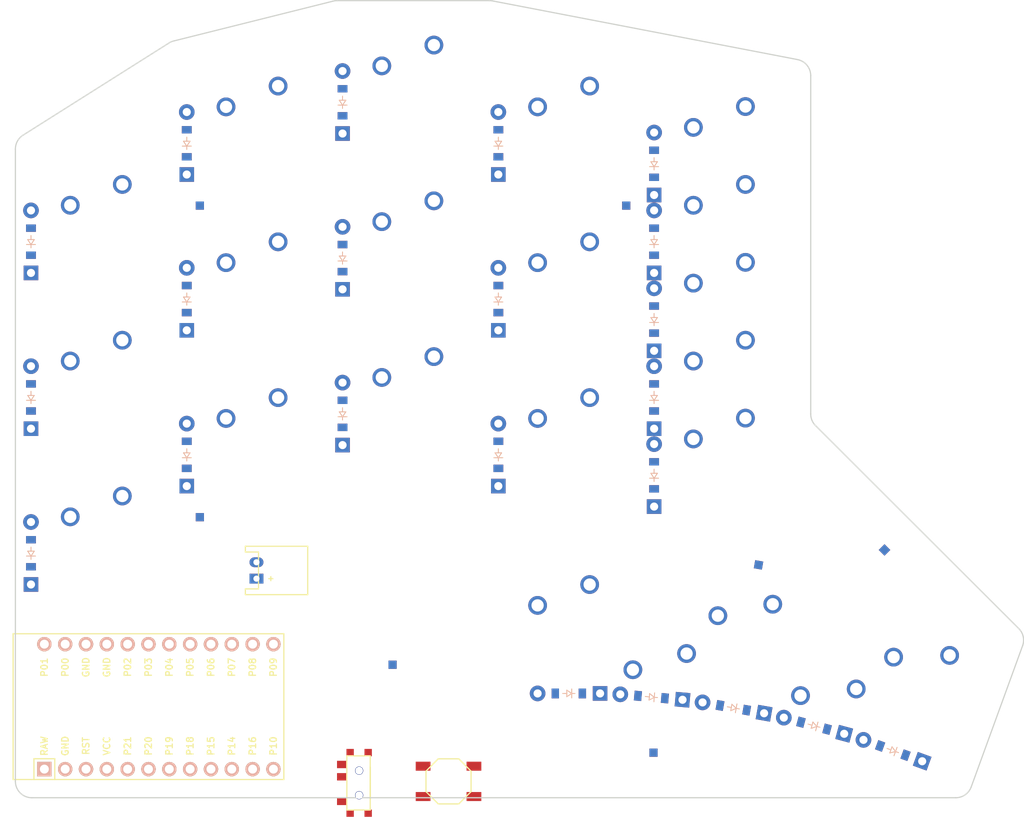
<source format=kicad_pcb>

            
(kicad_pcb (version 20171130) (host pcbnew 5.1.6)

  (page A3)
  (title_block
    (title menura)
    (rev v1.0.0)
    (company Unknown)
  )

  (general
    (thickness 1.6)
  )

  (layers
    (0 F.Cu signal)
    (31 B.Cu signal)
    (32 B.Adhes user)
    (33 F.Adhes user)
    (34 B.Paste user)
    (35 F.Paste user)
    (36 B.SilkS user)
    (37 F.SilkS user)
    (38 B.Mask user)
    (39 F.Mask user)
    (40 Dwgs.User user)
    (41 Cmts.User user)
    (42 Eco1.User user)
    (43 Eco2.User user)
    (44 Edge.Cuts user)
    (45 Margin user)
    (46 B.CrtYd user)
    (47 F.CrtYd user)
    (48 B.Fab user)
    (49 F.Fab user)
  )

  (setup
    (last_trace_width 0.25)
    (trace_clearance 0.2)
    (zone_clearance 0.508)
    (zone_45_only no)
    (trace_min 0.2)
    (via_size 0.8)
    (via_drill 0.4)
    (via_min_size 0.4)
    (via_min_drill 0.3)
    (uvia_size 0.3)
    (uvia_drill 0.1)
    (uvias_allowed no)
    (uvia_min_size 0.2)
    (uvia_min_drill 0.1)
    (edge_width 0.05)
    (segment_width 0.2)
    (pcb_text_width 0.3)
    (pcb_text_size 1.5 1.5)
    (mod_edge_width 0.12)
    (mod_text_size 1 1)
    (mod_text_width 0.15)
    (pad_size 1.524 1.524)
    (pad_drill 0.762)
    (pad_to_mask_clearance 0.05)
    (aux_axis_origin 0 0)
    (visible_elements FFFFFF7F)
    (pcbplotparams
      (layerselection 0x010fc_ffffffff)
      (usegerberextensions false)
      (usegerberattributes true)
      (usegerberadvancedattributes true)
      (creategerberjobfile true)
      (excludeedgelayer true)
      (linewidth 0.100000)
      (plotframeref false)
      (viasonmask false)
      (mode 1)
      (useauxorigin false)
      (hpglpennumber 1)
      (hpglpenspeed 20)
      (hpglpendiameter 15.000000)
      (psnegative false)
      (psa4output false)
      (plotreference true)
      (plotvalue true)
      (plotinvisibletext false)
      (padsonsilk false)
      (subtractmaskfromsilk false)
      (outputformat 1)
      (mirror false)
      (drillshape 1)
      (scaleselection 1)
      (outputdirectory ""))
  )

            (net 0 "")
(net 1 "RAW")
(net 2 "GND")
(net 3 "RST")
(net 4 "VCC")
(net 5 "P21")
(net 6 "P20")
(net 7 "P19")
(net 8 "P18")
(net 9 "P15")
(net 10 "P14")
(net 11 "P16")
(net 12 "P10")
(net 13 "P1")
(net 14 "P0")
(net 15 "P2")
(net 16 "P3")
(net 17 "P4")
(net 18 "P5")
(net 19 "P6")
(net 20 "P7")
(net 21 "P8")
(net 22 "P9")
            
  (net_class Default "This is the default net class."
    (clearance 0.2)
    (trace_width 0.25)
    (via_dia 0.8)
    (via_drill 0.4)
    (uvia_dia 0.3)
    (uvia_drill 0.1)
    (add_net "")
(add_net "RAW")
(add_net "GND")
(add_net "RST")
(add_net "VCC")
(add_net "P21")
(add_net "P20")
(add_net "P19")
(add_net "P18")
(add_net "P15")
(add_net "P14")
(add_net "P16")
(add_net "P10")
(add_net "P1")
(add_net "P0")
(add_net "P2")
(add_net "P3")
(add_net "P4")
(add_net "P5")
(add_net "P6")
(add_net "P7")
(add_net "P8")
(add_net "P9")
  )

            
        
      (module MX (layer F.Cu) (tedit 5DD4F656)
      (at 100 100 0)

      
      (fp_text reference "SW1" (at 0 0) (layer F.SilkS) hide (effects (font (size 1.27 1.27) (thickness 0.15))))
      (fp_text value "" (at 0 0) (layer F.SilkS) hide (effects (font (size 1.27 1.27) (thickness 0.15))))

      
      (fp_line (start -7 -6) (end -7 -7) (layer Dwgs.User) (width 0.15))
      (fp_line (start -7 7) (end -6 7) (layer Dwgs.User) (width 0.15))
      (fp_line (start -6 -7) (end -7 -7) (layer Dwgs.User) (width 0.15))
      (fp_line (start -7 7) (end -7 6) (layer Dwgs.User) (width 0.15))
      (fp_line (start 7 6) (end 7 7) (layer Dwgs.User) (width 0.15))
      (fp_line (start 7 -7) (end 6 -7) (layer Dwgs.User) (width 0.15))
      (fp_line (start 6 7) (end 7 7) (layer Dwgs.User) (width 0.15))
      (fp_line (start 7 -7) (end 7 -6) (layer Dwgs.User) (width 0.15))
    
      
      (pad "" np_thru_hole circle (at 0 0) (size 3.9878 3.9878) (drill 3.9878) (layers *.Cu *.Mask))

      
      (pad "" np_thru_hole circle (at 5.08 0) (size 1.7018 1.7018) (drill 1.7018) (layers *.Cu *.Mask))
      (pad "" np_thru_hole circle (at -5.08 0) (size 1.7018 1.7018) (drill 1.7018) (layers *.Cu *.Mask))
      
        
        
            
            (pad 1 thru_hole circle (at 2.54 -5.08) (size 2.286 2.286) (drill 1.4986) (layers *.Cu *.Mask) (net 0 ""))
            (pad 2 thru_hole circle (at -3.81 -2.54) (size 2.286 2.286) (drill 1.4986) (layers *.Cu *.Mask) (net 0 ""))
          )
        

        
      (module MX (layer F.Cu) (tedit 5DD4F656)
      (at 100 81 0)

      
      (fp_text reference "SW2" (at 0 0) (layer F.SilkS) hide (effects (font (size 1.27 1.27) (thickness 0.15))))
      (fp_text value "" (at 0 0) (layer F.SilkS) hide (effects (font (size 1.27 1.27) (thickness 0.15))))

      
      (fp_line (start -7 -6) (end -7 -7) (layer Dwgs.User) (width 0.15))
      (fp_line (start -7 7) (end -6 7) (layer Dwgs.User) (width 0.15))
      (fp_line (start -6 -7) (end -7 -7) (layer Dwgs.User) (width 0.15))
      (fp_line (start -7 7) (end -7 6) (layer Dwgs.User) (width 0.15))
      (fp_line (start 7 6) (end 7 7) (layer Dwgs.User) (width 0.15))
      (fp_line (start 7 -7) (end 6 -7) (layer Dwgs.User) (width 0.15))
      (fp_line (start 6 7) (end 7 7) (layer Dwgs.User) (width 0.15))
      (fp_line (start 7 -7) (end 7 -6) (layer Dwgs.User) (width 0.15))
    
      
      (pad "" np_thru_hole circle (at 0 0) (size 3.9878 3.9878) (drill 3.9878) (layers *.Cu *.Mask))

      
      (pad "" np_thru_hole circle (at 5.08 0) (size 1.7018 1.7018) (drill 1.7018) (layers *.Cu *.Mask))
      (pad "" np_thru_hole circle (at -5.08 0) (size 1.7018 1.7018) (drill 1.7018) (layers *.Cu *.Mask))
      
        
        
            
            (pad 1 thru_hole circle (at 2.54 -5.08) (size 2.286 2.286) (drill 1.4986) (layers *.Cu *.Mask) (net 0 ""))
            (pad 2 thru_hole circle (at -3.81 -2.54) (size 2.286 2.286) (drill 1.4986) (layers *.Cu *.Mask) (net 0 ""))
          )
        

        
      (module MX (layer F.Cu) (tedit 5DD4F656)
      (at 100 62 0)

      
      (fp_text reference "SW3" (at 0 0) (layer F.SilkS) hide (effects (font (size 1.27 1.27) (thickness 0.15))))
      (fp_text value "" (at 0 0) (layer F.SilkS) hide (effects (font (size 1.27 1.27) (thickness 0.15))))

      
      (fp_line (start -7 -6) (end -7 -7) (layer Dwgs.User) (width 0.15))
      (fp_line (start -7 7) (end -6 7) (layer Dwgs.User) (width 0.15))
      (fp_line (start -6 -7) (end -7 -7) (layer Dwgs.User) (width 0.15))
      (fp_line (start -7 7) (end -7 6) (layer Dwgs.User) (width 0.15))
      (fp_line (start 7 6) (end 7 7) (layer Dwgs.User) (width 0.15))
      (fp_line (start 7 -7) (end 6 -7) (layer Dwgs.User) (width 0.15))
      (fp_line (start 6 7) (end 7 7) (layer Dwgs.User) (width 0.15))
      (fp_line (start 7 -7) (end 7 -6) (layer Dwgs.User) (width 0.15))
    
      
      (pad "" np_thru_hole circle (at 0 0) (size 3.9878 3.9878) (drill 3.9878) (layers *.Cu *.Mask))

      
      (pad "" np_thru_hole circle (at 5.08 0) (size 1.7018 1.7018) (drill 1.7018) (layers *.Cu *.Mask))
      (pad "" np_thru_hole circle (at -5.08 0) (size 1.7018 1.7018) (drill 1.7018) (layers *.Cu *.Mask))
      
        
        
            
            (pad 1 thru_hole circle (at 2.54 -5.08) (size 2.286 2.286) (drill 1.4986) (layers *.Cu *.Mask) (net 0 ""))
            (pad 2 thru_hole circle (at -3.81 -2.54) (size 2.286 2.286) (drill 1.4986) (layers *.Cu *.Mask) (net 0 ""))
          )
        

        
      (module MX (layer F.Cu) (tedit 5DD4F656)
      (at 119 88 0)

      
      (fp_text reference "SW4" (at 0 0) (layer F.SilkS) hide (effects (font (size 1.27 1.27) (thickness 0.15))))
      (fp_text value "" (at 0 0) (layer F.SilkS) hide (effects (font (size 1.27 1.27) (thickness 0.15))))

      
      (fp_line (start -7 -6) (end -7 -7) (layer Dwgs.User) (width 0.15))
      (fp_line (start -7 7) (end -6 7) (layer Dwgs.User) (width 0.15))
      (fp_line (start -6 -7) (end -7 -7) (layer Dwgs.User) (width 0.15))
      (fp_line (start -7 7) (end -7 6) (layer Dwgs.User) (width 0.15))
      (fp_line (start 7 6) (end 7 7) (layer Dwgs.User) (width 0.15))
      (fp_line (start 7 -7) (end 6 -7) (layer Dwgs.User) (width 0.15))
      (fp_line (start 6 7) (end 7 7) (layer Dwgs.User) (width 0.15))
      (fp_line (start 7 -7) (end 7 -6) (layer Dwgs.User) (width 0.15))
    
      
      (pad "" np_thru_hole circle (at 0 0) (size 3.9878 3.9878) (drill 3.9878) (layers *.Cu *.Mask))

      
      (pad "" np_thru_hole circle (at 5.08 0) (size 1.7018 1.7018) (drill 1.7018) (layers *.Cu *.Mask))
      (pad "" np_thru_hole circle (at -5.08 0) (size 1.7018 1.7018) (drill 1.7018) (layers *.Cu *.Mask))
      
        
        
            
            (pad 1 thru_hole circle (at 2.54 -5.08) (size 2.286 2.286) (drill 1.4986) (layers *.Cu *.Mask) (net 0 ""))
            (pad 2 thru_hole circle (at -3.81 -2.54) (size 2.286 2.286) (drill 1.4986) (layers *.Cu *.Mask) (net 0 ""))
          )
        

        
      (module MX (layer F.Cu) (tedit 5DD4F656)
      (at 119 69 0)

      
      (fp_text reference "SW5" (at 0 0) (layer F.SilkS) hide (effects (font (size 1.27 1.27) (thickness 0.15))))
      (fp_text value "" (at 0 0) (layer F.SilkS) hide (effects (font (size 1.27 1.27) (thickness 0.15))))

      
      (fp_line (start -7 -6) (end -7 -7) (layer Dwgs.User) (width 0.15))
      (fp_line (start -7 7) (end -6 7) (layer Dwgs.User) (width 0.15))
      (fp_line (start -6 -7) (end -7 -7) (layer Dwgs.User) (width 0.15))
      (fp_line (start -7 7) (end -7 6) (layer Dwgs.User) (width 0.15))
      (fp_line (start 7 6) (end 7 7) (layer Dwgs.User) (width 0.15))
      (fp_line (start 7 -7) (end 6 -7) (layer Dwgs.User) (width 0.15))
      (fp_line (start 6 7) (end 7 7) (layer Dwgs.User) (width 0.15))
      (fp_line (start 7 -7) (end 7 -6) (layer Dwgs.User) (width 0.15))
    
      
      (pad "" np_thru_hole circle (at 0 0) (size 3.9878 3.9878) (drill 3.9878) (layers *.Cu *.Mask))

      
      (pad "" np_thru_hole circle (at 5.08 0) (size 1.7018 1.7018) (drill 1.7018) (layers *.Cu *.Mask))
      (pad "" np_thru_hole circle (at -5.08 0) (size 1.7018 1.7018) (drill 1.7018) (layers *.Cu *.Mask))
      
        
        
            
            (pad 1 thru_hole circle (at 2.54 -5.08) (size 2.286 2.286) (drill 1.4986) (layers *.Cu *.Mask) (net 0 ""))
            (pad 2 thru_hole circle (at -3.81 -2.54) (size 2.286 2.286) (drill 1.4986) (layers *.Cu *.Mask) (net 0 ""))
          )
        

        
      (module MX (layer F.Cu) (tedit 5DD4F656)
      (at 119 50 0)

      
      (fp_text reference "SW6" (at 0 0) (layer F.SilkS) hide (effects (font (size 1.27 1.27) (thickness 0.15))))
      (fp_text value "" (at 0 0) (layer F.SilkS) hide (effects (font (size 1.27 1.27) (thickness 0.15))))

      
      (fp_line (start -7 -6) (end -7 -7) (layer Dwgs.User) (width 0.15))
      (fp_line (start -7 7) (end -6 7) (layer Dwgs.User) (width 0.15))
      (fp_line (start -6 -7) (end -7 -7) (layer Dwgs.User) (width 0.15))
      (fp_line (start -7 7) (end -7 6) (layer Dwgs.User) (width 0.15))
      (fp_line (start 7 6) (end 7 7) (layer Dwgs.User) (width 0.15))
      (fp_line (start 7 -7) (end 6 -7) (layer Dwgs.User) (width 0.15))
      (fp_line (start 6 7) (end 7 7) (layer Dwgs.User) (width 0.15))
      (fp_line (start 7 -7) (end 7 -6) (layer Dwgs.User) (width 0.15))
    
      
      (pad "" np_thru_hole circle (at 0 0) (size 3.9878 3.9878) (drill 3.9878) (layers *.Cu *.Mask))

      
      (pad "" np_thru_hole circle (at 5.08 0) (size 1.7018 1.7018) (drill 1.7018) (layers *.Cu *.Mask))
      (pad "" np_thru_hole circle (at -5.08 0) (size 1.7018 1.7018) (drill 1.7018) (layers *.Cu *.Mask))
      
        
        
            
            (pad 1 thru_hole circle (at 2.54 -5.08) (size 2.286 2.286) (drill 1.4986) (layers *.Cu *.Mask) (net 0 ""))
            (pad 2 thru_hole circle (at -3.81 -2.54) (size 2.286 2.286) (drill 1.4986) (layers *.Cu *.Mask) (net 0 ""))
          )
        

        
      (module MX (layer F.Cu) (tedit 5DD4F656)
      (at 138 83 0)

      
      (fp_text reference "SW7" (at 0 0) (layer F.SilkS) hide (effects (font (size 1.27 1.27) (thickness 0.15))))
      (fp_text value "" (at 0 0) (layer F.SilkS) hide (effects (font (size 1.27 1.27) (thickness 0.15))))

      
      (fp_line (start -7 -6) (end -7 -7) (layer Dwgs.User) (width 0.15))
      (fp_line (start -7 7) (end -6 7) (layer Dwgs.User) (width 0.15))
      (fp_line (start -6 -7) (end -7 -7) (layer Dwgs.User) (width 0.15))
      (fp_line (start -7 7) (end -7 6) (layer Dwgs.User) (width 0.15))
      (fp_line (start 7 6) (end 7 7) (layer Dwgs.User) (width 0.15))
      (fp_line (start 7 -7) (end 6 -7) (layer Dwgs.User) (width 0.15))
      (fp_line (start 6 7) (end 7 7) (layer Dwgs.User) (width 0.15))
      (fp_line (start 7 -7) (end 7 -6) (layer Dwgs.User) (width 0.15))
    
      
      (pad "" np_thru_hole circle (at 0 0) (size 3.9878 3.9878) (drill 3.9878) (layers *.Cu *.Mask))

      
      (pad "" np_thru_hole circle (at 5.08 0) (size 1.7018 1.7018) (drill 1.7018) (layers *.Cu *.Mask))
      (pad "" np_thru_hole circle (at -5.08 0) (size 1.7018 1.7018) (drill 1.7018) (layers *.Cu *.Mask))
      
        
        
            
            (pad 1 thru_hole circle (at 2.54 -5.08) (size 2.286 2.286) (drill 1.4986) (layers *.Cu *.Mask) (net 0 ""))
            (pad 2 thru_hole circle (at -3.81 -2.54) (size 2.286 2.286) (drill 1.4986) (layers *.Cu *.Mask) (net 0 ""))
          )
        

        
      (module MX (layer F.Cu) (tedit 5DD4F656)
      (at 138 64 0)

      
      (fp_text reference "SW8" (at 0 0) (layer F.SilkS) hide (effects (font (size 1.27 1.27) (thickness 0.15))))
      (fp_text value "" (at 0 0) (layer F.SilkS) hide (effects (font (size 1.27 1.27) (thickness 0.15))))

      
      (fp_line (start -7 -6) (end -7 -7) (layer Dwgs.User) (width 0.15))
      (fp_line (start -7 7) (end -6 7) (layer Dwgs.User) (width 0.15))
      (fp_line (start -6 -7) (end -7 -7) (layer Dwgs.User) (width 0.15))
      (fp_line (start -7 7) (end -7 6) (layer Dwgs.User) (width 0.15))
      (fp_line (start 7 6) (end 7 7) (layer Dwgs.User) (width 0.15))
      (fp_line (start 7 -7) (end 6 -7) (layer Dwgs.User) (width 0.15))
      (fp_line (start 6 7) (end 7 7) (layer Dwgs.User) (width 0.15))
      (fp_line (start 7 -7) (end 7 -6) (layer Dwgs.User) (width 0.15))
    
      
      (pad "" np_thru_hole circle (at 0 0) (size 3.9878 3.9878) (drill 3.9878) (layers *.Cu *.Mask))

      
      (pad "" np_thru_hole circle (at 5.08 0) (size 1.7018 1.7018) (drill 1.7018) (layers *.Cu *.Mask))
      (pad "" np_thru_hole circle (at -5.08 0) (size 1.7018 1.7018) (drill 1.7018) (layers *.Cu *.Mask))
      
        
        
            
            (pad 1 thru_hole circle (at 2.54 -5.08) (size 2.286 2.286) (drill 1.4986) (layers *.Cu *.Mask) (net 0 ""))
            (pad 2 thru_hole circle (at -3.81 -2.54) (size 2.286 2.286) (drill 1.4986) (layers *.Cu *.Mask) (net 0 ""))
          )
        

        
      (module MX (layer F.Cu) (tedit 5DD4F656)
      (at 138 45 0)

      
      (fp_text reference "SW9" (at 0 0) (layer F.SilkS) hide (effects (font (size 1.27 1.27) (thickness 0.15))))
      (fp_text value "" (at 0 0) (layer F.SilkS) hide (effects (font (size 1.27 1.27) (thickness 0.15))))

      
      (fp_line (start -7 -6) (end -7 -7) (layer Dwgs.User) (width 0.15))
      (fp_line (start -7 7) (end -6 7) (layer Dwgs.User) (width 0.15))
      (fp_line (start -6 -7) (end -7 -7) (layer Dwgs.User) (width 0.15))
      (fp_line (start -7 7) (end -7 6) (layer Dwgs.User) (width 0.15))
      (fp_line (start 7 6) (end 7 7) (layer Dwgs.User) (width 0.15))
      (fp_line (start 7 -7) (end 6 -7) (layer Dwgs.User) (width 0.15))
      (fp_line (start 6 7) (end 7 7) (layer Dwgs.User) (width 0.15))
      (fp_line (start 7 -7) (end 7 -6) (layer Dwgs.User) (width 0.15))
    
      
      (pad "" np_thru_hole circle (at 0 0) (size 3.9878 3.9878) (drill 3.9878) (layers *.Cu *.Mask))

      
      (pad "" np_thru_hole circle (at 5.08 0) (size 1.7018 1.7018) (drill 1.7018) (layers *.Cu *.Mask))
      (pad "" np_thru_hole circle (at -5.08 0) (size 1.7018 1.7018) (drill 1.7018) (layers *.Cu *.Mask))
      
        
        
            
            (pad 1 thru_hole circle (at 2.54 -5.08) (size 2.286 2.286) (drill 1.4986) (layers *.Cu *.Mask) (net 0 ""))
            (pad 2 thru_hole circle (at -3.81 -2.54) (size 2.286 2.286) (drill 1.4986) (layers *.Cu *.Mask) (net 0 ""))
          )
        

        
      (module MX (layer F.Cu) (tedit 5DD4F656)
      (at 157 88 0)

      
      (fp_text reference "SW10" (at 0 0) (layer F.SilkS) hide (effects (font (size 1.27 1.27) (thickness 0.15))))
      (fp_text value "" (at 0 0) (layer F.SilkS) hide (effects (font (size 1.27 1.27) (thickness 0.15))))

      
      (fp_line (start -7 -6) (end -7 -7) (layer Dwgs.User) (width 0.15))
      (fp_line (start -7 7) (end -6 7) (layer Dwgs.User) (width 0.15))
      (fp_line (start -6 -7) (end -7 -7) (layer Dwgs.User) (width 0.15))
      (fp_line (start -7 7) (end -7 6) (layer Dwgs.User) (width 0.15))
      (fp_line (start 7 6) (end 7 7) (layer Dwgs.User) (width 0.15))
      (fp_line (start 7 -7) (end 6 -7) (layer Dwgs.User) (width 0.15))
      (fp_line (start 6 7) (end 7 7) (layer Dwgs.User) (width 0.15))
      (fp_line (start 7 -7) (end 7 -6) (layer Dwgs.User) (width 0.15))
    
      
      (pad "" np_thru_hole circle (at 0 0) (size 3.9878 3.9878) (drill 3.9878) (layers *.Cu *.Mask))

      
      (pad "" np_thru_hole circle (at 5.08 0) (size 1.7018 1.7018) (drill 1.7018) (layers *.Cu *.Mask))
      (pad "" np_thru_hole circle (at -5.08 0) (size 1.7018 1.7018) (drill 1.7018) (layers *.Cu *.Mask))
      
        
        
            
            (pad 1 thru_hole circle (at 2.54 -5.08) (size 2.286 2.286) (drill 1.4986) (layers *.Cu *.Mask) (net 0 ""))
            (pad 2 thru_hole circle (at -3.81 -2.54) (size 2.286 2.286) (drill 1.4986) (layers *.Cu *.Mask) (net 0 ""))
          )
        

        
      (module MX (layer F.Cu) (tedit 5DD4F656)
      (at 157 69 0)

      
      (fp_text reference "SW11" (at 0 0) (layer F.SilkS) hide (effects (font (size 1.27 1.27) (thickness 0.15))))
      (fp_text value "" (at 0 0) (layer F.SilkS) hide (effects (font (size 1.27 1.27) (thickness 0.15))))

      
      (fp_line (start -7 -6) (end -7 -7) (layer Dwgs.User) (width 0.15))
      (fp_line (start -7 7) (end -6 7) (layer Dwgs.User) (width 0.15))
      (fp_line (start -6 -7) (end -7 -7) (layer Dwgs.User) (width 0.15))
      (fp_line (start -7 7) (end -7 6) (layer Dwgs.User) (width 0.15))
      (fp_line (start 7 6) (end 7 7) (layer Dwgs.User) (width 0.15))
      (fp_line (start 7 -7) (end 6 -7) (layer Dwgs.User) (width 0.15))
      (fp_line (start 6 7) (end 7 7) (layer Dwgs.User) (width 0.15))
      (fp_line (start 7 -7) (end 7 -6) (layer Dwgs.User) (width 0.15))
    
      
      (pad "" np_thru_hole circle (at 0 0) (size 3.9878 3.9878) (drill 3.9878) (layers *.Cu *.Mask))

      
      (pad "" np_thru_hole circle (at 5.08 0) (size 1.7018 1.7018) (drill 1.7018) (layers *.Cu *.Mask))
      (pad "" np_thru_hole circle (at -5.08 0) (size 1.7018 1.7018) (drill 1.7018) (layers *.Cu *.Mask))
      
        
        
            
            (pad 1 thru_hole circle (at 2.54 -5.08) (size 2.286 2.286) (drill 1.4986) (layers *.Cu *.Mask) (net 0 ""))
            (pad 2 thru_hole circle (at -3.81 -2.54) (size 2.286 2.286) (drill 1.4986) (layers *.Cu *.Mask) (net 0 ""))
          )
        

        
      (module MX (layer F.Cu) (tedit 5DD4F656)
      (at 157 50 0)

      
      (fp_text reference "SW12" (at 0 0) (layer F.SilkS) hide (effects (font (size 1.27 1.27) (thickness 0.15))))
      (fp_text value "" (at 0 0) (layer F.SilkS) hide (effects (font (size 1.27 1.27) (thickness 0.15))))

      
      (fp_line (start -7 -6) (end -7 -7) (layer Dwgs.User) (width 0.15))
      (fp_line (start -7 7) (end -6 7) (layer Dwgs.User) (width 0.15))
      (fp_line (start -6 -7) (end -7 -7) (layer Dwgs.User) (width 0.15))
      (fp_line (start -7 7) (end -7 6) (layer Dwgs.User) (width 0.15))
      (fp_line (start 7 6) (end 7 7) (layer Dwgs.User) (width 0.15))
      (fp_line (start 7 -7) (end 6 -7) (layer Dwgs.User) (width 0.15))
      (fp_line (start 6 7) (end 7 7) (layer Dwgs.User) (width 0.15))
      (fp_line (start 7 -7) (end 7 -6) (layer Dwgs.User) (width 0.15))
    
      
      (pad "" np_thru_hole circle (at 0 0) (size 3.9878 3.9878) (drill 3.9878) (layers *.Cu *.Mask))

      
      (pad "" np_thru_hole circle (at 5.08 0) (size 1.7018 1.7018) (drill 1.7018) (layers *.Cu *.Mask))
      (pad "" np_thru_hole circle (at -5.08 0) (size 1.7018 1.7018) (drill 1.7018) (layers *.Cu *.Mask))
      
        
        
            
            (pad 1 thru_hole circle (at 2.54 -5.08) (size 2.286 2.286) (drill 1.4986) (layers *.Cu *.Mask) (net 0 ""))
            (pad 2 thru_hole circle (at -3.81 -2.54) (size 2.286 2.286) (drill 1.4986) (layers *.Cu *.Mask) (net 0 ""))
          )
        

        
      (module MX (layer F.Cu) (tedit 5DD4F656)
      (at 176 90.5 0)

      
      (fp_text reference "SW13" (at 0 0) (layer F.SilkS) hide (effects (font (size 1.27 1.27) (thickness 0.15))))
      (fp_text value "" (at 0 0) (layer F.SilkS) hide (effects (font (size 1.27 1.27) (thickness 0.15))))

      
      (fp_line (start -7 -6) (end -7 -7) (layer Dwgs.User) (width 0.15))
      (fp_line (start -7 7) (end -6 7) (layer Dwgs.User) (width 0.15))
      (fp_line (start -6 -7) (end -7 -7) (layer Dwgs.User) (width 0.15))
      (fp_line (start -7 7) (end -7 6) (layer Dwgs.User) (width 0.15))
      (fp_line (start 7 6) (end 7 7) (layer Dwgs.User) (width 0.15))
      (fp_line (start 7 -7) (end 6 -7) (layer Dwgs.User) (width 0.15))
      (fp_line (start 6 7) (end 7 7) (layer Dwgs.User) (width 0.15))
      (fp_line (start 7 -7) (end 7 -6) (layer Dwgs.User) (width 0.15))
    
      
      (pad "" np_thru_hole circle (at 0 0) (size 3.9878 3.9878) (drill 3.9878) (layers *.Cu *.Mask))

      
      (pad "" np_thru_hole circle (at 5.08 0) (size 1.7018 1.7018) (drill 1.7018) (layers *.Cu *.Mask))
      (pad "" np_thru_hole circle (at -5.08 0) (size 1.7018 1.7018) (drill 1.7018) (layers *.Cu *.Mask))
      
        
        
            
            (pad 1 thru_hole circle (at 2.54 -5.08) (size 2.286 2.286) (drill 1.4986) (layers *.Cu *.Mask) (net 0 ""))
            (pad 2 thru_hole circle (at -3.81 -2.54) (size 2.286 2.286) (drill 1.4986) (layers *.Cu *.Mask) (net 0 ""))
          )
        

        
      (module MX (layer F.Cu) (tedit 5DD4F656)
      (at 176 81 0)

      
      (fp_text reference "SW14" (at 0 0) (layer F.SilkS) hide (effects (font (size 1.27 1.27) (thickness 0.15))))
      (fp_text value "" (at 0 0) (layer F.SilkS) hide (effects (font (size 1.27 1.27) (thickness 0.15))))

      
      (fp_line (start -7 -6) (end -7 -7) (layer Dwgs.User) (width 0.15))
      (fp_line (start -7 7) (end -6 7) (layer Dwgs.User) (width 0.15))
      (fp_line (start -6 -7) (end -7 -7) (layer Dwgs.User) (width 0.15))
      (fp_line (start -7 7) (end -7 6) (layer Dwgs.User) (width 0.15))
      (fp_line (start 7 6) (end 7 7) (layer Dwgs.User) (width 0.15))
      (fp_line (start 7 -7) (end 6 -7) (layer Dwgs.User) (width 0.15))
      (fp_line (start 6 7) (end 7 7) (layer Dwgs.User) (width 0.15))
      (fp_line (start 7 -7) (end 7 -6) (layer Dwgs.User) (width 0.15))
    
      
      (pad "" np_thru_hole circle (at 0 0) (size 3.9878 3.9878) (drill 3.9878) (layers *.Cu *.Mask))

      
      (pad "" np_thru_hole circle (at 5.08 0) (size 1.7018 1.7018) (drill 1.7018) (layers *.Cu *.Mask))
      (pad "" np_thru_hole circle (at -5.08 0) (size 1.7018 1.7018) (drill 1.7018) (layers *.Cu *.Mask))
      
        
        
            
            (pad 1 thru_hole circle (at 2.54 -5.08) (size 2.286 2.286) (drill 1.4986) (layers *.Cu *.Mask) (net 0 ""))
            (pad 2 thru_hole circle (at -3.81 -2.54) (size 2.286 2.286) (drill 1.4986) (layers *.Cu *.Mask) (net 0 ""))
          )
        

        
      (module MX (layer F.Cu) (tedit 5DD4F656)
      (at 176 71.5 0)

      
      (fp_text reference "SW15" (at 0 0) (layer F.SilkS) hide (effects (font (size 1.27 1.27) (thickness 0.15))))
      (fp_text value "" (at 0 0) (layer F.SilkS) hide (effects (font (size 1.27 1.27) (thickness 0.15))))

      
      (fp_line (start -7 -6) (end -7 -7) (layer Dwgs.User) (width 0.15))
      (fp_line (start -7 7) (end -6 7) (layer Dwgs.User) (width 0.15))
      (fp_line (start -6 -7) (end -7 -7) (layer Dwgs.User) (width 0.15))
      (fp_line (start -7 7) (end -7 6) (layer Dwgs.User) (width 0.15))
      (fp_line (start 7 6) (end 7 7) (layer Dwgs.User) (width 0.15))
      (fp_line (start 7 -7) (end 6 -7) (layer Dwgs.User) (width 0.15))
      (fp_line (start 6 7) (end 7 7) (layer Dwgs.User) (width 0.15))
      (fp_line (start 7 -7) (end 7 -6) (layer Dwgs.User) (width 0.15))
    
      
      (pad "" np_thru_hole circle (at 0 0) (size 3.9878 3.9878) (drill 3.9878) (layers *.Cu *.Mask))

      
      (pad "" np_thru_hole circle (at 5.08 0) (size 1.7018 1.7018) (drill 1.7018) (layers *.Cu *.Mask))
      (pad "" np_thru_hole circle (at -5.08 0) (size 1.7018 1.7018) (drill 1.7018) (layers *.Cu *.Mask))
      
        
        
            
            (pad 1 thru_hole circle (at 2.54 -5.08) (size 2.286 2.286) (drill 1.4986) (layers *.Cu *.Mask) (net 0 ""))
            (pad 2 thru_hole circle (at -3.81 -2.54) (size 2.286 2.286) (drill 1.4986) (layers *.Cu *.Mask) (net 0 ""))
          )
        

        
      (module MX (layer F.Cu) (tedit 5DD4F656)
      (at 176 62 0)

      
      (fp_text reference "SW16" (at 0 0) (layer F.SilkS) hide (effects (font (size 1.27 1.27) (thickness 0.15))))
      (fp_text value "" (at 0 0) (layer F.SilkS) hide (effects (font (size 1.27 1.27) (thickness 0.15))))

      
      (fp_line (start -7 -6) (end -7 -7) (layer Dwgs.User) (width 0.15))
      (fp_line (start -7 7) (end -6 7) (layer Dwgs.User) (width 0.15))
      (fp_line (start -6 -7) (end -7 -7) (layer Dwgs.User) (width 0.15))
      (fp_line (start -7 7) (end -7 6) (layer Dwgs.User) (width 0.15))
      (fp_line (start 7 6) (end 7 7) (layer Dwgs.User) (width 0.15))
      (fp_line (start 7 -7) (end 6 -7) (layer Dwgs.User) (width 0.15))
      (fp_line (start 6 7) (end 7 7) (layer Dwgs.User) (width 0.15))
      (fp_line (start 7 -7) (end 7 -6) (layer Dwgs.User) (width 0.15))
    
      
      (pad "" np_thru_hole circle (at 0 0) (size 3.9878 3.9878) (drill 3.9878) (layers *.Cu *.Mask))

      
      (pad "" np_thru_hole circle (at 5.08 0) (size 1.7018 1.7018) (drill 1.7018) (layers *.Cu *.Mask))
      (pad "" np_thru_hole circle (at -5.08 0) (size 1.7018 1.7018) (drill 1.7018) (layers *.Cu *.Mask))
      
        
        
            
            (pad 1 thru_hole circle (at 2.54 -5.08) (size 2.286 2.286) (drill 1.4986) (layers *.Cu *.Mask) (net 0 ""))
            (pad 2 thru_hole circle (at -3.81 -2.54) (size 2.286 2.286) (drill 1.4986) (layers *.Cu *.Mask) (net 0 ""))
          )
        

        
      (module MX (layer F.Cu) (tedit 5DD4F656)
      (at 176 52.5 0)

      
      (fp_text reference "SW17" (at 0 0) (layer F.SilkS) hide (effects (font (size 1.27 1.27) (thickness 0.15))))
      (fp_text value "" (at 0 0) (layer F.SilkS) hide (effects (font (size 1.27 1.27) (thickness 0.15))))

      
      (fp_line (start -7 -6) (end -7 -7) (layer Dwgs.User) (width 0.15))
      (fp_line (start -7 7) (end -6 7) (layer Dwgs.User) (width 0.15))
      (fp_line (start -6 -7) (end -7 -7) (layer Dwgs.User) (width 0.15))
      (fp_line (start -7 7) (end -7 6) (layer Dwgs.User) (width 0.15))
      (fp_line (start 7 6) (end 7 7) (layer Dwgs.User) (width 0.15))
      (fp_line (start 7 -7) (end 6 -7) (layer Dwgs.User) (width 0.15))
      (fp_line (start 6 7) (end 7 7) (layer Dwgs.User) (width 0.15))
      (fp_line (start 7 -7) (end 7 -6) (layer Dwgs.User) (width 0.15))
    
      
      (pad "" np_thru_hole circle (at 0 0) (size 3.9878 3.9878) (drill 3.9878) (layers *.Cu *.Mask))

      
      (pad "" np_thru_hole circle (at 5.08 0) (size 1.7018 1.7018) (drill 1.7018) (layers *.Cu *.Mask))
      (pad "" np_thru_hole circle (at -5.08 0) (size 1.7018 1.7018) (drill 1.7018) (layers *.Cu *.Mask))
      
        
        
            
            (pad 1 thru_hole circle (at 2.54 -5.08) (size 2.286 2.286) (drill 1.4986) (layers *.Cu *.Mask) (net 0 ""))
            (pad 2 thru_hole circle (at -3.81 -2.54) (size 2.286 2.286) (drill 1.4986) (layers *.Cu *.Mask) (net 0 ""))
          )
        

        
      (module MX (layer F.Cu) (tedit 5DD4F656)
      (at 157 110.8 0)

      
      (fp_text reference "SW18" (at 0 0) (layer F.SilkS) hide (effects (font (size 1.27 1.27) (thickness 0.15))))
      (fp_text value "" (at 0 0) (layer F.SilkS) hide (effects (font (size 1.27 1.27) (thickness 0.15))))

      
      (fp_line (start -7 -6) (end -7 -7) (layer Dwgs.User) (width 0.15))
      (fp_line (start -7 7) (end -6 7) (layer Dwgs.User) (width 0.15))
      (fp_line (start -6 -7) (end -7 -7) (layer Dwgs.User) (width 0.15))
      (fp_line (start -7 7) (end -7 6) (layer Dwgs.User) (width 0.15))
      (fp_line (start 7 6) (end 7 7) (layer Dwgs.User) (width 0.15))
      (fp_line (start 7 -7) (end 6 -7) (layer Dwgs.User) (width 0.15))
      (fp_line (start 6 7) (end 7 7) (layer Dwgs.User) (width 0.15))
      (fp_line (start 7 -7) (end 7 -6) (layer Dwgs.User) (width 0.15))
    
      
      (pad "" np_thru_hole circle (at 0 0) (size 3.9878 3.9878) (drill 3.9878) (layers *.Cu *.Mask))

      
      (pad "" np_thru_hole circle (at 5.08 0) (size 1.7018 1.7018) (drill 1.7018) (layers *.Cu *.Mask))
      (pad "" np_thru_hole circle (at -5.08 0) (size 1.7018 1.7018) (drill 1.7018) (layers *.Cu *.Mask))
      
        
        
            
            (pad 1 thru_hole circle (at 2.54 -5.08) (size 2.286 2.286) (drill 1.4986) (layers *.Cu *.Mask) (net 0 ""))
            (pad 2 thru_hole circle (at -3.81 -2.54) (size 2.286 2.286) (drill 1.4986) (layers *.Cu *.Mask) (net 0 ""))
          )
        

        
      (module MX (layer F.Cu) (tedit 5DD4F656)
      (at 178.4859284 112.6797752 -10)

      
      (fp_text reference "SW19" (at 0 0) (layer F.SilkS) hide (effects (font (size 1.27 1.27) (thickness 0.15))))
      (fp_text value "" (at 0 0) (layer F.SilkS) hide (effects (font (size 1.27 1.27) (thickness 0.15))))

      
      (fp_line (start -7 -6) (end -7 -7) (layer Dwgs.User) (width 0.15))
      (fp_line (start -7 7) (end -6 7) (layer Dwgs.User) (width 0.15))
      (fp_line (start -6 -7) (end -7 -7) (layer Dwgs.User) (width 0.15))
      (fp_line (start -7 7) (end -7 6) (layer Dwgs.User) (width 0.15))
      (fp_line (start 7 6) (end 7 7) (layer Dwgs.User) (width 0.15))
      (fp_line (start 7 -7) (end 6 -7) (layer Dwgs.User) (width 0.15))
      (fp_line (start 6 7) (end 7 7) (layer Dwgs.User) (width 0.15))
      (fp_line (start 7 -7) (end 7 -6) (layer Dwgs.User) (width 0.15))
    
      
      (pad "" np_thru_hole circle (at 0 0) (size 3.9878 3.9878) (drill 3.9878) (layers *.Cu *.Mask))

      
      (pad "" np_thru_hole circle (at 5.08 0) (size 1.7018 1.7018) (drill 1.7018) (layers *.Cu *.Mask))
      (pad "" np_thru_hole circle (at -5.08 0) (size 1.7018 1.7018) (drill 1.7018) (layers *.Cu *.Mask))
      
        
        
            
            (pad 1 thru_hole circle (at 2.54 -5.08) (size 2.286 2.286) (drill 1.4986) (layers *.Cu *.Mask) (net 0 ""))
            (pad 2 thru_hole circle (at -3.81 -2.54) (size 2.286 2.286) (drill 1.4986) (layers *.Cu *.Mask) (net 0 ""))
          )
        

        
      (module MX (layer F.Cu) (tedit 5DD4F656)
      (at 199.31901789999998 118.26198459999999 -20)

      
      (fp_text reference "SW20" (at 0 0) (layer F.SilkS) hide (effects (font (size 1.27 1.27) (thickness 0.15))))
      (fp_text value "" (at 0 0) (layer F.SilkS) hide (effects (font (size 1.27 1.27) (thickness 0.15))))

      
      (fp_line (start -7 -6) (end -7 -7) (layer Dwgs.User) (width 0.15))
      (fp_line (start -7 7) (end -6 7) (layer Dwgs.User) (width 0.15))
      (fp_line (start -6 -7) (end -7 -7) (layer Dwgs.User) (width 0.15))
      (fp_line (start -7 7) (end -7 6) (layer Dwgs.User) (width 0.15))
      (fp_line (start 7 6) (end 7 7) (layer Dwgs.User) (width 0.15))
      (fp_line (start 7 -7) (end 6 -7) (layer Dwgs.User) (width 0.15))
      (fp_line (start 6 7) (end 7 7) (layer Dwgs.User) (width 0.15))
      (fp_line (start 7 -7) (end 7 -6) (layer Dwgs.User) (width 0.15))
    
      
      (pad "" np_thru_hole circle (at 0 0) (size 3.9878 3.9878) (drill 3.9878) (layers *.Cu *.Mask))

      
      (pad "" np_thru_hole circle (at 5.08 0) (size 1.7018 1.7018) (drill 1.7018) (layers *.Cu *.Mask))
      (pad "" np_thru_hole circle (at -5.08 0) (size 1.7018 1.7018) (drill 1.7018) (layers *.Cu *.Mask))
      
        
        
            
            (pad 1 thru_hole circle (at 2.54 -5.08) (size 2.286 2.286) (drill 1.4986) (layers *.Cu *.Mask) (net 0 ""))
            (pad 2 thru_hole circle (at -3.81 -2.54) (size 2.286 2.286) (drill 1.4986) (layers *.Cu *.Mask) (net 0 ""))
          )
        

        
      (module MX (layer F.Cu) (tedit 5DD4F656)
      (at 167.7840006 111.2708396 175)

      
      (fp_text reference "SW21" (at 0 0) (layer F.SilkS) hide (effects (font (size 1.27 1.27) (thickness 0.15))))
      (fp_text value "" (at 0 0) (layer F.SilkS) hide (effects (font (size 1.27 1.27) (thickness 0.15))))

      
      (fp_line (start -7 -6) (end -7 -7) (layer Dwgs.User) (width 0.15))
      (fp_line (start -7 7) (end -6 7) (layer Dwgs.User) (width 0.15))
      (fp_line (start -6 -7) (end -7 -7) (layer Dwgs.User) (width 0.15))
      (fp_line (start -7 7) (end -7 6) (layer Dwgs.User) (width 0.15))
      (fp_line (start 7 6) (end 7 7) (layer Dwgs.User) (width 0.15))
      (fp_line (start 7 -7) (end 6 -7) (layer Dwgs.User) (width 0.15))
      (fp_line (start 6 7) (end 7 7) (layer Dwgs.User) (width 0.15))
      (fp_line (start 7 -7) (end 7 -6) (layer Dwgs.User) (width 0.15))
    
      
      (pad "" np_thru_hole circle (at 0 0) (size 3.9878 3.9878) (drill 3.9878) (layers *.Cu *.Mask))

      
      (pad "" np_thru_hole circle (at 5.08 0) (size 1.7018 1.7018) (drill 1.7018) (layers *.Cu *.Mask))
      (pad "" np_thru_hole circle (at -5.08 0) (size 1.7018 1.7018) (drill 1.7018) (layers *.Cu *.Mask))
      
        
        
            
            (pad 1 thru_hole circle (at 2.54 -5.08) (size 2.286 2.286) (drill 1.4986) (layers *.Cu *.Mask) (net 0 ""))
            (pad 2 thru_hole circle (at -3.81 -2.54) (size 2.286 2.286) (drill 1.4986) (layers *.Cu *.Mask) (net 0 ""))
          )
        

        
      (module MX (layer F.Cu) (tedit 5DD4F656)
      (at 189.02433539999998 115.01608369999998 165)

      
      (fp_text reference "SW22" (at 0 0) (layer F.SilkS) hide (effects (font (size 1.27 1.27) (thickness 0.15))))
      (fp_text value "" (at 0 0) (layer F.SilkS) hide (effects (font (size 1.27 1.27) (thickness 0.15))))

      
      (fp_line (start -7 -6) (end -7 -7) (layer Dwgs.User) (width 0.15))
      (fp_line (start -7 7) (end -6 7) (layer Dwgs.User) (width 0.15))
      (fp_line (start -6 -7) (end -7 -7) (layer Dwgs.User) (width 0.15))
      (fp_line (start -7 7) (end -7 6) (layer Dwgs.User) (width 0.15))
      (fp_line (start 7 6) (end 7 7) (layer Dwgs.User) (width 0.15))
      (fp_line (start 7 -7) (end 6 -7) (layer Dwgs.User) (width 0.15))
      (fp_line (start 6 7) (end 7 7) (layer Dwgs.User) (width 0.15))
      (fp_line (start 7 -7) (end 7 -6) (layer Dwgs.User) (width 0.15))
    
      
      (pad "" np_thru_hole circle (at 0 0) (size 3.9878 3.9878) (drill 3.9878) (layers *.Cu *.Mask))

      
      (pad "" np_thru_hole circle (at 5.08 0) (size 1.7018 1.7018) (drill 1.7018) (layers *.Cu *.Mask))
      (pad "" np_thru_hole circle (at -5.08 0) (size 1.7018 1.7018) (drill 1.7018) (layers *.Cu *.Mask))
      
        
        
            
            (pad 1 thru_hole circle (at 2.54 -5.08) (size 2.286 2.286) (drill 1.4986) (layers *.Cu *.Mask) (net 0 ""))
            (pad 2 thru_hole circle (at -3.81 -2.54) (size 2.286 2.286) (drill 1.4986) (layers *.Cu *.Mask) (net 0 ""))
          )
        

  
    (module ComboDiode (layer F.Cu) (tedit 5B24D78E)


        (at 91.4 101.9 90)

        
        (fp_text reference "D1" (at 0 0) (layer F.SilkS) hide (effects (font (size 1.27 1.27) (thickness 0.15))))
        (fp_text value "" (at 0 0) (layer F.SilkS) hide (effects (font (size 1.27 1.27) (thickness 0.15))))
        
        
        (fp_line (start 0.25 0) (end 0.75 0) (layer F.SilkS) (width 0.1))
        (fp_line (start 0.25 0.4) (end -0.35 0) (layer F.SilkS) (width 0.1))
        (fp_line (start 0.25 -0.4) (end 0.25 0.4) (layer F.SilkS) (width 0.1))
        (fp_line (start -0.35 0) (end 0.25 -0.4) (layer F.SilkS) (width 0.1))
        (fp_line (start -0.35 0) (end -0.35 0.55) (layer F.SilkS) (width 0.1))
        (fp_line (start -0.35 0) (end -0.35 -0.55) (layer F.SilkS) (width 0.1))
        (fp_line (start -0.75 0) (end -0.35 0) (layer F.SilkS) (width 0.1))
        (fp_line (start 0.25 0) (end 0.75 0) (layer B.SilkS) (width 0.1))
        (fp_line (start 0.25 0.4) (end -0.35 0) (layer B.SilkS) (width 0.1))
        (fp_line (start 0.25 -0.4) (end 0.25 0.4) (layer B.SilkS) (width 0.1))
        (fp_line (start -0.35 0) (end 0.25 -0.4) (layer B.SilkS) (width 0.1))
        (fp_line (start -0.35 0) (end -0.35 0.55) (layer B.SilkS) (width 0.1))
        (fp_line (start -0.35 0) (end -0.35 -0.55) (layer B.SilkS) (width 0.1))
        (fp_line (start -0.75 0) (end -0.35 0) (layer B.SilkS) (width 0.1))
    
        
        (pad 1 smd rect (at -1.65 0 90) (size 0.9 1.2) (layers F.Cu F.Paste F.Mask) (net 0 ""))
        (pad 2 smd rect (at 1.65 0 90) (size 0.9 1.2) (layers B.Cu B.Paste B.Mask) (net 0 ""))
        (pad 1 smd rect (at -1.65 0 90) (size 0.9 1.2) (layers B.Cu B.Paste B.Mask) (net 0 ""))
        (pad 2 smd rect (at 1.65 0 90) (size 0.9 1.2) (layers F.Cu F.Paste F.Mask) (net 0 ""))
        
        
        (pad 1 thru_hole rect (at -3.81 0 90) (size 1.778 1.778) (drill 0.9906) (layers *.Cu *.Mask) (net 0 ""))
        (pad 2 thru_hole circle (at 3.81 0 90) (size 1.905 1.905) (drill 0.9906) (layers *.Cu *.Mask) (net 0 ""))
    )
  
    

  
    (module ComboDiode (layer F.Cu) (tedit 5B24D78E)


        (at 91.4 82.9 90)

        
        (fp_text reference "D2" (at 0 0) (layer F.SilkS) hide (effects (font (size 1.27 1.27) (thickness 0.15))))
        (fp_text value "" (at 0 0) (layer F.SilkS) hide (effects (font (size 1.27 1.27) (thickness 0.15))))
        
        
        (fp_line (start 0.25 0) (end 0.75 0) (layer F.SilkS) (width 0.1))
        (fp_line (start 0.25 0.4) (end -0.35 0) (layer F.SilkS) (width 0.1))
        (fp_line (start 0.25 -0.4) (end 0.25 0.4) (layer F.SilkS) (width 0.1))
        (fp_line (start -0.35 0) (end 0.25 -0.4) (layer F.SilkS) (width 0.1))
        (fp_line (start -0.35 0) (end -0.35 0.55) (layer F.SilkS) (width 0.1))
        (fp_line (start -0.35 0) (end -0.35 -0.55) (layer F.SilkS) (width 0.1))
        (fp_line (start -0.75 0) (end -0.35 0) (layer F.SilkS) (width 0.1))
        (fp_line (start 0.25 0) (end 0.75 0) (layer B.SilkS) (width 0.1))
        (fp_line (start 0.25 0.4) (end -0.35 0) (layer B.SilkS) (width 0.1))
        (fp_line (start 0.25 -0.4) (end 0.25 0.4) (layer B.SilkS) (width 0.1))
        (fp_line (start -0.35 0) (end 0.25 -0.4) (layer B.SilkS) (width 0.1))
        (fp_line (start -0.35 0) (end -0.35 0.55) (layer B.SilkS) (width 0.1))
        (fp_line (start -0.35 0) (end -0.35 -0.55) (layer B.SilkS) (width 0.1))
        (fp_line (start -0.75 0) (end -0.35 0) (layer B.SilkS) (width 0.1))
    
        
        (pad 1 smd rect (at -1.65 0 90) (size 0.9 1.2) (layers F.Cu F.Paste F.Mask) (net 0 ""))
        (pad 2 smd rect (at 1.65 0 90) (size 0.9 1.2) (layers B.Cu B.Paste B.Mask) (net 0 ""))
        (pad 1 smd rect (at -1.65 0 90) (size 0.9 1.2) (layers B.Cu B.Paste B.Mask) (net 0 ""))
        (pad 2 smd rect (at 1.65 0 90) (size 0.9 1.2) (layers F.Cu F.Paste F.Mask) (net 0 ""))
        
        
        (pad 1 thru_hole rect (at -3.81 0 90) (size 1.778 1.778) (drill 0.9906) (layers *.Cu *.Mask) (net 0 ""))
        (pad 2 thru_hole circle (at 3.81 0 90) (size 1.905 1.905) (drill 0.9906) (layers *.Cu *.Mask) (net 0 ""))
    )
  
    

  
    (module ComboDiode (layer F.Cu) (tedit 5B24D78E)


        (at 91.4 63.9 90)

        
        (fp_text reference "D3" (at 0 0) (layer F.SilkS) hide (effects (font (size 1.27 1.27) (thickness 0.15))))
        (fp_text value "" (at 0 0) (layer F.SilkS) hide (effects (font (size 1.27 1.27) (thickness 0.15))))
        
        
        (fp_line (start 0.25 0) (end 0.75 0) (layer F.SilkS) (width 0.1))
        (fp_line (start 0.25 0.4) (end -0.35 0) (layer F.SilkS) (width 0.1))
        (fp_line (start 0.25 -0.4) (end 0.25 0.4) (layer F.SilkS) (width 0.1))
        (fp_line (start -0.35 0) (end 0.25 -0.4) (layer F.SilkS) (width 0.1))
        (fp_line (start -0.35 0) (end -0.35 0.55) (layer F.SilkS) (width 0.1))
        (fp_line (start -0.35 0) (end -0.35 -0.55) (layer F.SilkS) (width 0.1))
        (fp_line (start -0.75 0) (end -0.35 0) (layer F.SilkS) (width 0.1))
        (fp_line (start 0.25 0) (end 0.75 0) (layer B.SilkS) (width 0.1))
        (fp_line (start 0.25 0.4) (end -0.35 0) (layer B.SilkS) (width 0.1))
        (fp_line (start 0.25 -0.4) (end 0.25 0.4) (layer B.SilkS) (width 0.1))
        (fp_line (start -0.35 0) (end 0.25 -0.4) (layer B.SilkS) (width 0.1))
        (fp_line (start -0.35 0) (end -0.35 0.55) (layer B.SilkS) (width 0.1))
        (fp_line (start -0.35 0) (end -0.35 -0.55) (layer B.SilkS) (width 0.1))
        (fp_line (start -0.75 0) (end -0.35 0) (layer B.SilkS) (width 0.1))
    
        
        (pad 1 smd rect (at -1.65 0 90) (size 0.9 1.2) (layers F.Cu F.Paste F.Mask) (net 0 ""))
        (pad 2 smd rect (at 1.65 0 90) (size 0.9 1.2) (layers B.Cu B.Paste B.Mask) (net 0 ""))
        (pad 1 smd rect (at -1.65 0 90) (size 0.9 1.2) (layers B.Cu B.Paste B.Mask) (net 0 ""))
        (pad 2 smd rect (at 1.65 0 90) (size 0.9 1.2) (layers F.Cu F.Paste F.Mask) (net 0 ""))
        
        
        (pad 1 thru_hole rect (at -3.81 0 90) (size 1.778 1.778) (drill 0.9906) (layers *.Cu *.Mask) (net 0 ""))
        (pad 2 thru_hole circle (at 3.81 0 90) (size 1.905 1.905) (drill 0.9906) (layers *.Cu *.Mask) (net 0 ""))
    )
  
    

  
    (module ComboDiode (layer F.Cu) (tedit 5B24D78E)


        (at 110.4 89.9 90)

        
        (fp_text reference "D4" (at 0 0) (layer F.SilkS) hide (effects (font (size 1.27 1.27) (thickness 0.15))))
        (fp_text value "" (at 0 0) (layer F.SilkS) hide (effects (font (size 1.27 1.27) (thickness 0.15))))
        
        
        (fp_line (start 0.25 0) (end 0.75 0) (layer F.SilkS) (width 0.1))
        (fp_line (start 0.25 0.4) (end -0.35 0) (layer F.SilkS) (width 0.1))
        (fp_line (start 0.25 -0.4) (end 0.25 0.4) (layer F.SilkS) (width 0.1))
        (fp_line (start -0.35 0) (end 0.25 -0.4) (layer F.SilkS) (width 0.1))
        (fp_line (start -0.35 0) (end -0.35 0.55) (layer F.SilkS) (width 0.1))
        (fp_line (start -0.35 0) (end -0.35 -0.55) (layer F.SilkS) (width 0.1))
        (fp_line (start -0.75 0) (end -0.35 0) (layer F.SilkS) (width 0.1))
        (fp_line (start 0.25 0) (end 0.75 0) (layer B.SilkS) (width 0.1))
        (fp_line (start 0.25 0.4) (end -0.35 0) (layer B.SilkS) (width 0.1))
        (fp_line (start 0.25 -0.4) (end 0.25 0.4) (layer B.SilkS) (width 0.1))
        (fp_line (start -0.35 0) (end 0.25 -0.4) (layer B.SilkS) (width 0.1))
        (fp_line (start -0.35 0) (end -0.35 0.55) (layer B.SilkS) (width 0.1))
        (fp_line (start -0.35 0) (end -0.35 -0.55) (layer B.SilkS) (width 0.1))
        (fp_line (start -0.75 0) (end -0.35 0) (layer B.SilkS) (width 0.1))
    
        
        (pad 1 smd rect (at -1.65 0 90) (size 0.9 1.2) (layers F.Cu F.Paste F.Mask) (net 0 ""))
        (pad 2 smd rect (at 1.65 0 90) (size 0.9 1.2) (layers B.Cu B.Paste B.Mask) (net 0 ""))
        (pad 1 smd rect (at -1.65 0 90) (size 0.9 1.2) (layers B.Cu B.Paste B.Mask) (net 0 ""))
        (pad 2 smd rect (at 1.65 0 90) (size 0.9 1.2) (layers F.Cu F.Paste F.Mask) (net 0 ""))
        
        
        (pad 1 thru_hole rect (at -3.81 0 90) (size 1.778 1.778) (drill 0.9906) (layers *.Cu *.Mask) (net 0 ""))
        (pad 2 thru_hole circle (at 3.81 0 90) (size 1.905 1.905) (drill 0.9906) (layers *.Cu *.Mask) (net 0 ""))
    )
  
    

  
    (module ComboDiode (layer F.Cu) (tedit 5B24D78E)


        (at 110.4 70.9 90)

        
        (fp_text reference "D5" (at 0 0) (layer F.SilkS) hide (effects (font (size 1.27 1.27) (thickness 0.15))))
        (fp_text value "" (at 0 0) (layer F.SilkS) hide (effects (font (size 1.27 1.27) (thickness 0.15))))
        
        
        (fp_line (start 0.25 0) (end 0.75 0) (layer F.SilkS) (width 0.1))
        (fp_line (start 0.25 0.4) (end -0.35 0) (layer F.SilkS) (width 0.1))
        (fp_line (start 0.25 -0.4) (end 0.25 0.4) (layer F.SilkS) (width 0.1))
        (fp_line (start -0.35 0) (end 0.25 -0.4) (layer F.SilkS) (width 0.1))
        (fp_line (start -0.35 0) (end -0.35 0.55) (layer F.SilkS) (width 0.1))
        (fp_line (start -0.35 0) (end -0.35 -0.55) (layer F.SilkS) (width 0.1))
        (fp_line (start -0.75 0) (end -0.35 0) (layer F.SilkS) (width 0.1))
        (fp_line (start 0.25 0) (end 0.75 0) (layer B.SilkS) (width 0.1))
        (fp_line (start 0.25 0.4) (end -0.35 0) (layer B.SilkS) (width 0.1))
        (fp_line (start 0.25 -0.4) (end 0.25 0.4) (layer B.SilkS) (width 0.1))
        (fp_line (start -0.35 0) (end 0.25 -0.4) (layer B.SilkS) (width 0.1))
        (fp_line (start -0.35 0) (end -0.35 0.55) (layer B.SilkS) (width 0.1))
        (fp_line (start -0.35 0) (end -0.35 -0.55) (layer B.SilkS) (width 0.1))
        (fp_line (start -0.75 0) (end -0.35 0) (layer B.SilkS) (width 0.1))
    
        
        (pad 1 smd rect (at -1.65 0 90) (size 0.9 1.2) (layers F.Cu F.Paste F.Mask) (net 0 ""))
        (pad 2 smd rect (at 1.65 0 90) (size 0.9 1.2) (layers B.Cu B.Paste B.Mask) (net 0 ""))
        (pad 1 smd rect (at -1.65 0 90) (size 0.9 1.2) (layers B.Cu B.Paste B.Mask) (net 0 ""))
        (pad 2 smd rect (at 1.65 0 90) (size 0.9 1.2) (layers F.Cu F.Paste F.Mask) (net 0 ""))
        
        
        (pad 1 thru_hole rect (at -3.81 0 90) (size 1.778 1.778) (drill 0.9906) (layers *.Cu *.Mask) (net 0 ""))
        (pad 2 thru_hole circle (at 3.81 0 90) (size 1.905 1.905) (drill 0.9906) (layers *.Cu *.Mask) (net 0 ""))
    )
  
    

  
    (module ComboDiode (layer F.Cu) (tedit 5B24D78E)


        (at 110.4 51.9 90)

        
        (fp_text reference "D6" (at 0 0) (layer F.SilkS) hide (effects (font (size 1.27 1.27) (thickness 0.15))))
        (fp_text value "" (at 0 0) (layer F.SilkS) hide (effects (font (size 1.27 1.27) (thickness 0.15))))
        
        
        (fp_line (start 0.25 0) (end 0.75 0) (layer F.SilkS) (width 0.1))
        (fp_line (start 0.25 0.4) (end -0.35 0) (layer F.SilkS) (width 0.1))
        (fp_line (start 0.25 -0.4) (end 0.25 0.4) (layer F.SilkS) (width 0.1))
        (fp_line (start -0.35 0) (end 0.25 -0.4) (layer F.SilkS) (width 0.1))
        (fp_line (start -0.35 0) (end -0.35 0.55) (layer F.SilkS) (width 0.1))
        (fp_line (start -0.35 0) (end -0.35 -0.55) (layer F.SilkS) (width 0.1))
        (fp_line (start -0.75 0) (end -0.35 0) (layer F.SilkS) (width 0.1))
        (fp_line (start 0.25 0) (end 0.75 0) (layer B.SilkS) (width 0.1))
        (fp_line (start 0.25 0.4) (end -0.35 0) (layer B.SilkS) (width 0.1))
        (fp_line (start 0.25 -0.4) (end 0.25 0.4) (layer B.SilkS) (width 0.1))
        (fp_line (start -0.35 0) (end 0.25 -0.4) (layer B.SilkS) (width 0.1))
        (fp_line (start -0.35 0) (end -0.35 0.55) (layer B.SilkS) (width 0.1))
        (fp_line (start -0.35 0) (end -0.35 -0.55) (layer B.SilkS) (width 0.1))
        (fp_line (start -0.75 0) (end -0.35 0) (layer B.SilkS) (width 0.1))
    
        
        (pad 1 smd rect (at -1.65 0 90) (size 0.9 1.2) (layers F.Cu F.Paste F.Mask) (net 0 ""))
        (pad 2 smd rect (at 1.65 0 90) (size 0.9 1.2) (layers B.Cu B.Paste B.Mask) (net 0 ""))
        (pad 1 smd rect (at -1.65 0 90) (size 0.9 1.2) (layers B.Cu B.Paste B.Mask) (net 0 ""))
        (pad 2 smd rect (at 1.65 0 90) (size 0.9 1.2) (layers F.Cu F.Paste F.Mask) (net 0 ""))
        
        
        (pad 1 thru_hole rect (at -3.81 0 90) (size 1.778 1.778) (drill 0.9906) (layers *.Cu *.Mask) (net 0 ""))
        (pad 2 thru_hole circle (at 3.81 0 90) (size 1.905 1.905) (drill 0.9906) (layers *.Cu *.Mask) (net 0 ""))
    )
  
    

  
    (module ComboDiode (layer F.Cu) (tedit 5B24D78E)


        (at 129.4 84.9 90)

        
        (fp_text reference "D7" (at 0 0) (layer F.SilkS) hide (effects (font (size 1.27 1.27) (thickness 0.15))))
        (fp_text value "" (at 0 0) (layer F.SilkS) hide (effects (font (size 1.27 1.27) (thickness 0.15))))
        
        
        (fp_line (start 0.25 0) (end 0.75 0) (layer F.SilkS) (width 0.1))
        (fp_line (start 0.25 0.4) (end -0.35 0) (layer F.SilkS) (width 0.1))
        (fp_line (start 0.25 -0.4) (end 0.25 0.4) (layer F.SilkS) (width 0.1))
        (fp_line (start -0.35 0) (end 0.25 -0.4) (layer F.SilkS) (width 0.1))
        (fp_line (start -0.35 0) (end -0.35 0.55) (layer F.SilkS) (width 0.1))
        (fp_line (start -0.35 0) (end -0.35 -0.55) (layer F.SilkS) (width 0.1))
        (fp_line (start -0.75 0) (end -0.35 0) (layer F.SilkS) (width 0.1))
        (fp_line (start 0.25 0) (end 0.75 0) (layer B.SilkS) (width 0.1))
        (fp_line (start 0.25 0.4) (end -0.35 0) (layer B.SilkS) (width 0.1))
        (fp_line (start 0.25 -0.4) (end 0.25 0.4) (layer B.SilkS) (width 0.1))
        (fp_line (start -0.35 0) (end 0.25 -0.4) (layer B.SilkS) (width 0.1))
        (fp_line (start -0.35 0) (end -0.35 0.55) (layer B.SilkS) (width 0.1))
        (fp_line (start -0.35 0) (end -0.35 -0.55) (layer B.SilkS) (width 0.1))
        (fp_line (start -0.75 0) (end -0.35 0) (layer B.SilkS) (width 0.1))
    
        
        (pad 1 smd rect (at -1.65 0 90) (size 0.9 1.2) (layers F.Cu F.Paste F.Mask) (net 0 ""))
        (pad 2 smd rect (at 1.65 0 90) (size 0.9 1.2) (layers B.Cu B.Paste B.Mask) (net 0 ""))
        (pad 1 smd rect (at -1.65 0 90) (size 0.9 1.2) (layers B.Cu B.Paste B.Mask) (net 0 ""))
        (pad 2 smd rect (at 1.65 0 90) (size 0.9 1.2) (layers F.Cu F.Paste F.Mask) (net 0 ""))
        
        
        (pad 1 thru_hole rect (at -3.81 0 90) (size 1.778 1.778) (drill 0.9906) (layers *.Cu *.Mask) (net 0 ""))
        (pad 2 thru_hole circle (at 3.81 0 90) (size 1.905 1.905) (drill 0.9906) (layers *.Cu *.Mask) (net 0 ""))
    )
  
    

  
    (module ComboDiode (layer F.Cu) (tedit 5B24D78E)


        (at 129.4 65.9 90)

        
        (fp_text reference "D8" (at 0 0) (layer F.SilkS) hide (effects (font (size 1.27 1.27) (thickness 0.15))))
        (fp_text value "" (at 0 0) (layer F.SilkS) hide (effects (font (size 1.27 1.27) (thickness 0.15))))
        
        
        (fp_line (start 0.25 0) (end 0.75 0) (layer F.SilkS) (width 0.1))
        (fp_line (start 0.25 0.4) (end -0.35 0) (layer F.SilkS) (width 0.1))
        (fp_line (start 0.25 -0.4) (end 0.25 0.4) (layer F.SilkS) (width 0.1))
        (fp_line (start -0.35 0) (end 0.25 -0.4) (layer F.SilkS) (width 0.1))
        (fp_line (start -0.35 0) (end -0.35 0.55) (layer F.SilkS) (width 0.1))
        (fp_line (start -0.35 0) (end -0.35 -0.55) (layer F.SilkS) (width 0.1))
        (fp_line (start -0.75 0) (end -0.35 0) (layer F.SilkS) (width 0.1))
        (fp_line (start 0.25 0) (end 0.75 0) (layer B.SilkS) (width 0.1))
        (fp_line (start 0.25 0.4) (end -0.35 0) (layer B.SilkS) (width 0.1))
        (fp_line (start 0.25 -0.4) (end 0.25 0.4) (layer B.SilkS) (width 0.1))
        (fp_line (start -0.35 0) (end 0.25 -0.4) (layer B.SilkS) (width 0.1))
        (fp_line (start -0.35 0) (end -0.35 0.55) (layer B.SilkS) (width 0.1))
        (fp_line (start -0.35 0) (end -0.35 -0.55) (layer B.SilkS) (width 0.1))
        (fp_line (start -0.75 0) (end -0.35 0) (layer B.SilkS) (width 0.1))
    
        
        (pad 1 smd rect (at -1.65 0 90) (size 0.9 1.2) (layers F.Cu F.Paste F.Mask) (net 0 ""))
        (pad 2 smd rect (at 1.65 0 90) (size 0.9 1.2) (layers B.Cu B.Paste B.Mask) (net 0 ""))
        (pad 1 smd rect (at -1.65 0 90) (size 0.9 1.2) (layers B.Cu B.Paste B.Mask) (net 0 ""))
        (pad 2 smd rect (at 1.65 0 90) (size 0.9 1.2) (layers F.Cu F.Paste F.Mask) (net 0 ""))
        
        
        (pad 1 thru_hole rect (at -3.81 0 90) (size 1.778 1.778) (drill 0.9906) (layers *.Cu *.Mask) (net 0 ""))
        (pad 2 thru_hole circle (at 3.81 0 90) (size 1.905 1.905) (drill 0.9906) (layers *.Cu *.Mask) (net 0 ""))
    )
  
    

  
    (module ComboDiode (layer F.Cu) (tedit 5B24D78E)


        (at 129.4 46.9 90)

        
        (fp_text reference "D9" (at 0 0) (layer F.SilkS) hide (effects (font (size 1.27 1.27) (thickness 0.15))))
        (fp_text value "" (at 0 0) (layer F.SilkS) hide (effects (font (size 1.27 1.27) (thickness 0.15))))
        
        
        (fp_line (start 0.25 0) (end 0.75 0) (layer F.SilkS) (width 0.1))
        (fp_line (start 0.25 0.4) (end -0.35 0) (layer F.SilkS) (width 0.1))
        (fp_line (start 0.25 -0.4) (end 0.25 0.4) (layer F.SilkS) (width 0.1))
        (fp_line (start -0.35 0) (end 0.25 -0.4) (layer F.SilkS) (width 0.1))
        (fp_line (start -0.35 0) (end -0.35 0.55) (layer F.SilkS) (width 0.1))
        (fp_line (start -0.35 0) (end -0.35 -0.55) (layer F.SilkS) (width 0.1))
        (fp_line (start -0.75 0) (end -0.35 0) (layer F.SilkS) (width 0.1))
        (fp_line (start 0.25 0) (end 0.75 0) (layer B.SilkS) (width 0.1))
        (fp_line (start 0.25 0.4) (end -0.35 0) (layer B.SilkS) (width 0.1))
        (fp_line (start 0.25 -0.4) (end 0.25 0.4) (layer B.SilkS) (width 0.1))
        (fp_line (start -0.35 0) (end 0.25 -0.4) (layer B.SilkS) (width 0.1))
        (fp_line (start -0.35 0) (end -0.35 0.55) (layer B.SilkS) (width 0.1))
        (fp_line (start -0.35 0) (end -0.35 -0.55) (layer B.SilkS) (width 0.1))
        (fp_line (start -0.75 0) (end -0.35 0) (layer B.SilkS) (width 0.1))
    
        
        (pad 1 smd rect (at -1.65 0 90) (size 0.9 1.2) (layers F.Cu F.Paste F.Mask) (net 0 ""))
        (pad 2 smd rect (at 1.65 0 90) (size 0.9 1.2) (layers B.Cu B.Paste B.Mask) (net 0 ""))
        (pad 1 smd rect (at -1.65 0 90) (size 0.9 1.2) (layers B.Cu B.Paste B.Mask) (net 0 ""))
        (pad 2 smd rect (at 1.65 0 90) (size 0.9 1.2) (layers F.Cu F.Paste F.Mask) (net 0 ""))
        
        
        (pad 1 thru_hole rect (at -3.81 0 90) (size 1.778 1.778) (drill 0.9906) (layers *.Cu *.Mask) (net 0 ""))
        (pad 2 thru_hole circle (at 3.81 0 90) (size 1.905 1.905) (drill 0.9906) (layers *.Cu *.Mask) (net 0 ""))
    )
  
    

  
    (module ComboDiode (layer F.Cu) (tedit 5B24D78E)


        (at 148.4 89.9 90)

        
        (fp_text reference "D10" (at 0 0) (layer F.SilkS) hide (effects (font (size 1.27 1.27) (thickness 0.15))))
        (fp_text value "" (at 0 0) (layer F.SilkS) hide (effects (font (size 1.27 1.27) (thickness 0.15))))
        
        
        (fp_line (start 0.25 0) (end 0.75 0) (layer F.SilkS) (width 0.1))
        (fp_line (start 0.25 0.4) (end -0.35 0) (layer F.SilkS) (width 0.1))
        (fp_line (start 0.25 -0.4) (end 0.25 0.4) (layer F.SilkS) (width 0.1))
        (fp_line (start -0.35 0) (end 0.25 -0.4) (layer F.SilkS) (width 0.1))
        (fp_line (start -0.35 0) (end -0.35 0.55) (layer F.SilkS) (width 0.1))
        (fp_line (start -0.35 0) (end -0.35 -0.55) (layer F.SilkS) (width 0.1))
        (fp_line (start -0.75 0) (end -0.35 0) (layer F.SilkS) (width 0.1))
        (fp_line (start 0.25 0) (end 0.75 0) (layer B.SilkS) (width 0.1))
        (fp_line (start 0.25 0.4) (end -0.35 0) (layer B.SilkS) (width 0.1))
        (fp_line (start 0.25 -0.4) (end 0.25 0.4) (layer B.SilkS) (width 0.1))
        (fp_line (start -0.35 0) (end 0.25 -0.4) (layer B.SilkS) (width 0.1))
        (fp_line (start -0.35 0) (end -0.35 0.55) (layer B.SilkS) (width 0.1))
        (fp_line (start -0.35 0) (end -0.35 -0.55) (layer B.SilkS) (width 0.1))
        (fp_line (start -0.75 0) (end -0.35 0) (layer B.SilkS) (width 0.1))
    
        
        (pad 1 smd rect (at -1.65 0 90) (size 0.9 1.2) (layers F.Cu F.Paste F.Mask) (net 0 ""))
        (pad 2 smd rect (at 1.65 0 90) (size 0.9 1.2) (layers B.Cu B.Paste B.Mask) (net 0 ""))
        (pad 1 smd rect (at -1.65 0 90) (size 0.9 1.2) (layers B.Cu B.Paste B.Mask) (net 0 ""))
        (pad 2 smd rect (at 1.65 0 90) (size 0.9 1.2) (layers F.Cu F.Paste F.Mask) (net 0 ""))
        
        
        (pad 1 thru_hole rect (at -3.81 0 90) (size 1.778 1.778) (drill 0.9906) (layers *.Cu *.Mask) (net 0 ""))
        (pad 2 thru_hole circle (at 3.81 0 90) (size 1.905 1.905) (drill 0.9906) (layers *.Cu *.Mask) (net 0 ""))
    )
  
    

  
    (module ComboDiode (layer F.Cu) (tedit 5B24D78E)


        (at 148.4 70.9 90)

        
        (fp_text reference "D11" (at 0 0) (layer F.SilkS) hide (effects (font (size 1.27 1.27) (thickness 0.15))))
        (fp_text value "" (at 0 0) (layer F.SilkS) hide (effects (font (size 1.27 1.27) (thickness 0.15))))
        
        
        (fp_line (start 0.25 0) (end 0.75 0) (layer F.SilkS) (width 0.1))
        (fp_line (start 0.25 0.4) (end -0.35 0) (layer F.SilkS) (width 0.1))
        (fp_line (start 0.25 -0.4) (end 0.25 0.4) (layer F.SilkS) (width 0.1))
        (fp_line (start -0.35 0) (end 0.25 -0.4) (layer F.SilkS) (width 0.1))
        (fp_line (start -0.35 0) (end -0.35 0.55) (layer F.SilkS) (width 0.1))
        (fp_line (start -0.35 0) (end -0.35 -0.55) (layer F.SilkS) (width 0.1))
        (fp_line (start -0.75 0) (end -0.35 0) (layer F.SilkS) (width 0.1))
        (fp_line (start 0.25 0) (end 0.75 0) (layer B.SilkS) (width 0.1))
        (fp_line (start 0.25 0.4) (end -0.35 0) (layer B.SilkS) (width 0.1))
        (fp_line (start 0.25 -0.4) (end 0.25 0.4) (layer B.SilkS) (width 0.1))
        (fp_line (start -0.35 0) (end 0.25 -0.4) (layer B.SilkS) (width 0.1))
        (fp_line (start -0.35 0) (end -0.35 0.55) (layer B.SilkS) (width 0.1))
        (fp_line (start -0.35 0) (end -0.35 -0.55) (layer B.SilkS) (width 0.1))
        (fp_line (start -0.75 0) (end -0.35 0) (layer B.SilkS) (width 0.1))
    
        
        (pad 1 smd rect (at -1.65 0 90) (size 0.9 1.2) (layers F.Cu F.Paste F.Mask) (net 0 ""))
        (pad 2 smd rect (at 1.65 0 90) (size 0.9 1.2) (layers B.Cu B.Paste B.Mask) (net 0 ""))
        (pad 1 smd rect (at -1.65 0 90) (size 0.9 1.2) (layers B.Cu B.Paste B.Mask) (net 0 ""))
        (pad 2 smd rect (at 1.65 0 90) (size 0.9 1.2) (layers F.Cu F.Paste F.Mask) (net 0 ""))
        
        
        (pad 1 thru_hole rect (at -3.81 0 90) (size 1.778 1.778) (drill 0.9906) (layers *.Cu *.Mask) (net 0 ""))
        (pad 2 thru_hole circle (at 3.81 0 90) (size 1.905 1.905) (drill 0.9906) (layers *.Cu *.Mask) (net 0 ""))
    )
  
    

  
    (module ComboDiode (layer F.Cu) (tedit 5B24D78E)


        (at 148.4 51.9 90)

        
        (fp_text reference "D12" (at 0 0) (layer F.SilkS) hide (effects (font (size 1.27 1.27) (thickness 0.15))))
        (fp_text value "" (at 0 0) (layer F.SilkS) hide (effects (font (size 1.27 1.27) (thickness 0.15))))
        
        
        (fp_line (start 0.25 0) (end 0.75 0) (layer F.SilkS) (width 0.1))
        (fp_line (start 0.25 0.4) (end -0.35 0) (layer F.SilkS) (width 0.1))
        (fp_line (start 0.25 -0.4) (end 0.25 0.4) (layer F.SilkS) (width 0.1))
        (fp_line (start -0.35 0) (end 0.25 -0.4) (layer F.SilkS) (width 0.1))
        (fp_line (start -0.35 0) (end -0.35 0.55) (layer F.SilkS) (width 0.1))
        (fp_line (start -0.35 0) (end -0.35 -0.55) (layer F.SilkS) (width 0.1))
        (fp_line (start -0.75 0) (end -0.35 0) (layer F.SilkS) (width 0.1))
        (fp_line (start 0.25 0) (end 0.75 0) (layer B.SilkS) (width 0.1))
        (fp_line (start 0.25 0.4) (end -0.35 0) (layer B.SilkS) (width 0.1))
        (fp_line (start 0.25 -0.4) (end 0.25 0.4) (layer B.SilkS) (width 0.1))
        (fp_line (start -0.35 0) (end 0.25 -0.4) (layer B.SilkS) (width 0.1))
        (fp_line (start -0.35 0) (end -0.35 0.55) (layer B.SilkS) (width 0.1))
        (fp_line (start -0.35 0) (end -0.35 -0.55) (layer B.SilkS) (width 0.1))
        (fp_line (start -0.75 0) (end -0.35 0) (layer B.SilkS) (width 0.1))
    
        
        (pad 1 smd rect (at -1.65 0 90) (size 0.9 1.2) (layers F.Cu F.Paste F.Mask) (net 0 ""))
        (pad 2 smd rect (at 1.65 0 90) (size 0.9 1.2) (layers B.Cu B.Paste B.Mask) (net 0 ""))
        (pad 1 smd rect (at -1.65 0 90) (size 0.9 1.2) (layers B.Cu B.Paste B.Mask) (net 0 ""))
        (pad 2 smd rect (at 1.65 0 90) (size 0.9 1.2) (layers F.Cu F.Paste F.Mask) (net 0 ""))
        
        
        (pad 1 thru_hole rect (at -3.81 0 90) (size 1.778 1.778) (drill 0.9906) (layers *.Cu *.Mask) (net 0 ""))
        (pad 2 thru_hole circle (at 3.81 0 90) (size 1.905 1.905) (drill 0.9906) (layers *.Cu *.Mask) (net 0 ""))
    )
  
    

  
    (module ComboDiode (layer F.Cu) (tedit 5B24D78E)


        (at 167.4 92.4 90)

        
        (fp_text reference "D13" (at 0 0) (layer F.SilkS) hide (effects (font (size 1.27 1.27) (thickness 0.15))))
        (fp_text value "" (at 0 0) (layer F.SilkS) hide (effects (font (size 1.27 1.27) (thickness 0.15))))
        
        
        (fp_line (start 0.25 0) (end 0.75 0) (layer F.SilkS) (width 0.1))
        (fp_line (start 0.25 0.4) (end -0.35 0) (layer F.SilkS) (width 0.1))
        (fp_line (start 0.25 -0.4) (end 0.25 0.4) (layer F.SilkS) (width 0.1))
        (fp_line (start -0.35 0) (end 0.25 -0.4) (layer F.SilkS) (width 0.1))
        (fp_line (start -0.35 0) (end -0.35 0.55) (layer F.SilkS) (width 0.1))
        (fp_line (start -0.35 0) (end -0.35 -0.55) (layer F.SilkS) (width 0.1))
        (fp_line (start -0.75 0) (end -0.35 0) (layer F.SilkS) (width 0.1))
        (fp_line (start 0.25 0) (end 0.75 0) (layer B.SilkS) (width 0.1))
        (fp_line (start 0.25 0.4) (end -0.35 0) (layer B.SilkS) (width 0.1))
        (fp_line (start 0.25 -0.4) (end 0.25 0.4) (layer B.SilkS) (width 0.1))
        (fp_line (start -0.35 0) (end 0.25 -0.4) (layer B.SilkS) (width 0.1))
        (fp_line (start -0.35 0) (end -0.35 0.55) (layer B.SilkS) (width 0.1))
        (fp_line (start -0.35 0) (end -0.35 -0.55) (layer B.SilkS) (width 0.1))
        (fp_line (start -0.75 0) (end -0.35 0) (layer B.SilkS) (width 0.1))
    
        
        (pad 1 smd rect (at -1.65 0 90) (size 0.9 1.2) (layers F.Cu F.Paste F.Mask) (net 0 ""))
        (pad 2 smd rect (at 1.65 0 90) (size 0.9 1.2) (layers B.Cu B.Paste B.Mask) (net 0 ""))
        (pad 1 smd rect (at -1.65 0 90) (size 0.9 1.2) (layers B.Cu B.Paste B.Mask) (net 0 ""))
        (pad 2 smd rect (at 1.65 0 90) (size 0.9 1.2) (layers F.Cu F.Paste F.Mask) (net 0 ""))
        
        
        (pad 1 thru_hole rect (at -3.81 0 90) (size 1.778 1.778) (drill 0.9906) (layers *.Cu *.Mask) (net 0 ""))
        (pad 2 thru_hole circle (at 3.81 0 90) (size 1.905 1.905) (drill 0.9906) (layers *.Cu *.Mask) (net 0 ""))
    )
  
    

  
    (module ComboDiode (layer F.Cu) (tedit 5B24D78E)


        (at 167.4 82.9 90)

        
        (fp_text reference "D14" (at 0 0) (layer F.SilkS) hide (effects (font (size 1.27 1.27) (thickness 0.15))))
        (fp_text value "" (at 0 0) (layer F.SilkS) hide (effects (font (size 1.27 1.27) (thickness 0.15))))
        
        
        (fp_line (start 0.25 0) (end 0.75 0) (layer F.SilkS) (width 0.1))
        (fp_line (start 0.25 0.4) (end -0.35 0) (layer F.SilkS) (width 0.1))
        (fp_line (start 0.25 -0.4) (end 0.25 0.4) (layer F.SilkS) (width 0.1))
        (fp_line (start -0.35 0) (end 0.25 -0.4) (layer F.SilkS) (width 0.1))
        (fp_line (start -0.35 0) (end -0.35 0.55) (layer F.SilkS) (width 0.1))
        (fp_line (start -0.35 0) (end -0.35 -0.55) (layer F.SilkS) (width 0.1))
        (fp_line (start -0.75 0) (end -0.35 0) (layer F.SilkS) (width 0.1))
        (fp_line (start 0.25 0) (end 0.75 0) (layer B.SilkS) (width 0.1))
        (fp_line (start 0.25 0.4) (end -0.35 0) (layer B.SilkS) (width 0.1))
        (fp_line (start 0.25 -0.4) (end 0.25 0.4) (layer B.SilkS) (width 0.1))
        (fp_line (start -0.35 0) (end 0.25 -0.4) (layer B.SilkS) (width 0.1))
        (fp_line (start -0.35 0) (end -0.35 0.55) (layer B.SilkS) (width 0.1))
        (fp_line (start -0.35 0) (end -0.35 -0.55) (layer B.SilkS) (width 0.1))
        (fp_line (start -0.75 0) (end -0.35 0) (layer B.SilkS) (width 0.1))
    
        
        (pad 1 smd rect (at -1.65 0 90) (size 0.9 1.2) (layers F.Cu F.Paste F.Mask) (net 0 ""))
        (pad 2 smd rect (at 1.65 0 90) (size 0.9 1.2) (layers B.Cu B.Paste B.Mask) (net 0 ""))
        (pad 1 smd rect (at -1.65 0 90) (size 0.9 1.2) (layers B.Cu B.Paste B.Mask) (net 0 ""))
        (pad 2 smd rect (at 1.65 0 90) (size 0.9 1.2) (layers F.Cu F.Paste F.Mask) (net 0 ""))
        
        
        (pad 1 thru_hole rect (at -3.81 0 90) (size 1.778 1.778) (drill 0.9906) (layers *.Cu *.Mask) (net 0 ""))
        (pad 2 thru_hole circle (at 3.81 0 90) (size 1.905 1.905) (drill 0.9906) (layers *.Cu *.Mask) (net 0 ""))
    )
  
    

  
    (module ComboDiode (layer F.Cu) (tedit 5B24D78E)


        (at 167.4 73.4 90)

        
        (fp_text reference "D15" (at 0 0) (layer F.SilkS) hide (effects (font (size 1.27 1.27) (thickness 0.15))))
        (fp_text value "" (at 0 0) (layer F.SilkS) hide (effects (font (size 1.27 1.27) (thickness 0.15))))
        
        
        (fp_line (start 0.25 0) (end 0.75 0) (layer F.SilkS) (width 0.1))
        (fp_line (start 0.25 0.4) (end -0.35 0) (layer F.SilkS) (width 0.1))
        (fp_line (start 0.25 -0.4) (end 0.25 0.4) (layer F.SilkS) (width 0.1))
        (fp_line (start -0.35 0) (end 0.25 -0.4) (layer F.SilkS) (width 0.1))
        (fp_line (start -0.35 0) (end -0.35 0.55) (layer F.SilkS) (width 0.1))
        (fp_line (start -0.35 0) (end -0.35 -0.55) (layer F.SilkS) (width 0.1))
        (fp_line (start -0.75 0) (end -0.35 0) (layer F.SilkS) (width 0.1))
        (fp_line (start 0.25 0) (end 0.75 0) (layer B.SilkS) (width 0.1))
        (fp_line (start 0.25 0.4) (end -0.35 0) (layer B.SilkS) (width 0.1))
        (fp_line (start 0.25 -0.4) (end 0.25 0.4) (layer B.SilkS) (width 0.1))
        (fp_line (start -0.35 0) (end 0.25 -0.4) (layer B.SilkS) (width 0.1))
        (fp_line (start -0.35 0) (end -0.35 0.55) (layer B.SilkS) (width 0.1))
        (fp_line (start -0.35 0) (end -0.35 -0.55) (layer B.SilkS) (width 0.1))
        (fp_line (start -0.75 0) (end -0.35 0) (layer B.SilkS) (width 0.1))
    
        
        (pad 1 smd rect (at -1.65 0 90) (size 0.9 1.2) (layers F.Cu F.Paste F.Mask) (net 0 ""))
        (pad 2 smd rect (at 1.65 0 90) (size 0.9 1.2) (layers B.Cu B.Paste B.Mask) (net 0 ""))
        (pad 1 smd rect (at -1.65 0 90) (size 0.9 1.2) (layers B.Cu B.Paste B.Mask) (net 0 ""))
        (pad 2 smd rect (at 1.65 0 90) (size 0.9 1.2) (layers F.Cu F.Paste F.Mask) (net 0 ""))
        
        
        (pad 1 thru_hole rect (at -3.81 0 90) (size 1.778 1.778) (drill 0.9906) (layers *.Cu *.Mask) (net 0 ""))
        (pad 2 thru_hole circle (at 3.81 0 90) (size 1.905 1.905) (drill 0.9906) (layers *.Cu *.Mask) (net 0 ""))
    )
  
    

  
    (module ComboDiode (layer F.Cu) (tedit 5B24D78E)


        (at 167.4 63.9 90)

        
        (fp_text reference "D16" (at 0 0) (layer F.SilkS) hide (effects (font (size 1.27 1.27) (thickness 0.15))))
        (fp_text value "" (at 0 0) (layer F.SilkS) hide (effects (font (size 1.27 1.27) (thickness 0.15))))
        
        
        (fp_line (start 0.25 0) (end 0.75 0) (layer F.SilkS) (width 0.1))
        (fp_line (start 0.25 0.4) (end -0.35 0) (layer F.SilkS) (width 0.1))
        (fp_line (start 0.25 -0.4) (end 0.25 0.4) (layer F.SilkS) (width 0.1))
        (fp_line (start -0.35 0) (end 0.25 -0.4) (layer F.SilkS) (width 0.1))
        (fp_line (start -0.35 0) (end -0.35 0.55) (layer F.SilkS) (width 0.1))
        (fp_line (start -0.35 0) (end -0.35 -0.55) (layer F.SilkS) (width 0.1))
        (fp_line (start -0.75 0) (end -0.35 0) (layer F.SilkS) (width 0.1))
        (fp_line (start 0.25 0) (end 0.75 0) (layer B.SilkS) (width 0.1))
        (fp_line (start 0.25 0.4) (end -0.35 0) (layer B.SilkS) (width 0.1))
        (fp_line (start 0.25 -0.4) (end 0.25 0.4) (layer B.SilkS) (width 0.1))
        (fp_line (start -0.35 0) (end 0.25 -0.4) (layer B.SilkS) (width 0.1))
        (fp_line (start -0.35 0) (end -0.35 0.55) (layer B.SilkS) (width 0.1))
        (fp_line (start -0.35 0) (end -0.35 -0.55) (layer B.SilkS) (width 0.1))
        (fp_line (start -0.75 0) (end -0.35 0) (layer B.SilkS) (width 0.1))
    
        
        (pad 1 smd rect (at -1.65 0 90) (size 0.9 1.2) (layers F.Cu F.Paste F.Mask) (net 0 ""))
        (pad 2 smd rect (at 1.65 0 90) (size 0.9 1.2) (layers B.Cu B.Paste B.Mask) (net 0 ""))
        (pad 1 smd rect (at -1.65 0 90) (size 0.9 1.2) (layers B.Cu B.Paste B.Mask) (net 0 ""))
        (pad 2 smd rect (at 1.65 0 90) (size 0.9 1.2) (layers F.Cu F.Paste F.Mask) (net 0 ""))
        
        
        (pad 1 thru_hole rect (at -3.81 0 90) (size 1.778 1.778) (drill 0.9906) (layers *.Cu *.Mask) (net 0 ""))
        (pad 2 thru_hole circle (at 3.81 0 90) (size 1.905 1.905) (drill 0.9906) (layers *.Cu *.Mask) (net 0 ""))
    )
  
    

  
    (module ComboDiode (layer F.Cu) (tedit 5B24D78E)


        (at 167.4 54.4 90)

        
        (fp_text reference "D17" (at 0 0) (layer F.SilkS) hide (effects (font (size 1.27 1.27) (thickness 0.15))))
        (fp_text value "" (at 0 0) (layer F.SilkS) hide (effects (font (size 1.27 1.27) (thickness 0.15))))
        
        
        (fp_line (start 0.25 0) (end 0.75 0) (layer F.SilkS) (width 0.1))
        (fp_line (start 0.25 0.4) (end -0.35 0) (layer F.SilkS) (width 0.1))
        (fp_line (start 0.25 -0.4) (end 0.25 0.4) (layer F.SilkS) (width 0.1))
        (fp_line (start -0.35 0) (end 0.25 -0.4) (layer F.SilkS) (width 0.1))
        (fp_line (start -0.35 0) (end -0.35 0.55) (layer F.SilkS) (width 0.1))
        (fp_line (start -0.35 0) (end -0.35 -0.55) (layer F.SilkS) (width 0.1))
        (fp_line (start -0.75 0) (end -0.35 0) (layer F.SilkS) (width 0.1))
        (fp_line (start 0.25 0) (end 0.75 0) (layer B.SilkS) (width 0.1))
        (fp_line (start 0.25 0.4) (end -0.35 0) (layer B.SilkS) (width 0.1))
        (fp_line (start 0.25 -0.4) (end 0.25 0.4) (layer B.SilkS) (width 0.1))
        (fp_line (start -0.35 0) (end 0.25 -0.4) (layer B.SilkS) (width 0.1))
        (fp_line (start -0.35 0) (end -0.35 0.55) (layer B.SilkS) (width 0.1))
        (fp_line (start -0.35 0) (end -0.35 -0.55) (layer B.SilkS) (width 0.1))
        (fp_line (start -0.75 0) (end -0.35 0) (layer B.SilkS) (width 0.1))
    
        
        (pad 1 smd rect (at -1.65 0 90) (size 0.9 1.2) (layers F.Cu F.Paste F.Mask) (net 0 ""))
        (pad 2 smd rect (at 1.65 0 90) (size 0.9 1.2) (layers B.Cu B.Paste B.Mask) (net 0 ""))
        (pad 1 smd rect (at -1.65 0 90) (size 0.9 1.2) (layers B.Cu B.Paste B.Mask) (net 0 ""))
        (pad 2 smd rect (at 1.65 0 90) (size 0.9 1.2) (layers F.Cu F.Paste F.Mask) (net 0 ""))
        
        
        (pad 1 thru_hole rect (at -3.81 0 90) (size 1.778 1.778) (drill 0.9906) (layers *.Cu *.Mask) (net 0 ""))
        (pad 2 thru_hole circle (at 3.81 0 90) (size 1.905 1.905) (drill 0.9906) (layers *.Cu *.Mask) (net 0 ""))
    )
  
    

  
    (module ComboDiode (layer F.Cu) (tedit 5B24D78E)


        (at 157 119 180)

        
        (fp_text reference "D18" (at 0 0) (layer F.SilkS) hide (effects (font (size 1.27 1.27) (thickness 0.15))))
        (fp_text value "" (at 0 0) (layer F.SilkS) hide (effects (font (size 1.27 1.27) (thickness 0.15))))
        
        
        (fp_line (start 0.25 0) (end 0.75 0) (layer F.SilkS) (width 0.1))
        (fp_line (start 0.25 0.4) (end -0.35 0) (layer F.SilkS) (width 0.1))
        (fp_line (start 0.25 -0.4) (end 0.25 0.4) (layer F.SilkS) (width 0.1))
        (fp_line (start -0.35 0) (end 0.25 -0.4) (layer F.SilkS) (width 0.1))
        (fp_line (start -0.35 0) (end -0.35 0.55) (layer F.SilkS) (width 0.1))
        (fp_line (start -0.35 0) (end -0.35 -0.55) (layer F.SilkS) (width 0.1))
        (fp_line (start -0.75 0) (end -0.35 0) (layer F.SilkS) (width 0.1))
        (fp_line (start 0.25 0) (end 0.75 0) (layer B.SilkS) (width 0.1))
        (fp_line (start 0.25 0.4) (end -0.35 0) (layer B.SilkS) (width 0.1))
        (fp_line (start 0.25 -0.4) (end 0.25 0.4) (layer B.SilkS) (width 0.1))
        (fp_line (start -0.35 0) (end 0.25 -0.4) (layer B.SilkS) (width 0.1))
        (fp_line (start -0.35 0) (end -0.35 0.55) (layer B.SilkS) (width 0.1))
        (fp_line (start -0.35 0) (end -0.35 -0.55) (layer B.SilkS) (width 0.1))
        (fp_line (start -0.75 0) (end -0.35 0) (layer B.SilkS) (width 0.1))
    
        
        (pad 1 smd rect (at -1.65 0 180) (size 0.9 1.2) (layers F.Cu F.Paste F.Mask) (net 0 ""))
        (pad 2 smd rect (at 1.65 0 180) (size 0.9 1.2) (layers B.Cu B.Paste B.Mask) (net 0 ""))
        (pad 1 smd rect (at -1.65 0 180) (size 0.9 1.2) (layers B.Cu B.Paste B.Mask) (net 0 ""))
        (pad 2 smd rect (at 1.65 0 180) (size 0.9 1.2) (layers F.Cu F.Paste F.Mask) (net 0 ""))
        
        
        (pad 1 thru_hole rect (at -3.81 0 180) (size 1.778 1.778) (drill 0.9906) (layers *.Cu *.Mask) (net 0 ""))
        (pad 2 thru_hole circle (at 3.81 0 180) (size 1.905 1.905) (drill 0.9906) (layers *.Cu *.Mask) (net 0 ""))
    )
  
    

  
    (module ComboDiode (layer F.Cu) (tedit 5B24D78E)


        (at 177.06201330000002 120.75519879999999 170)

        
        (fp_text reference "D19" (at 0 0) (layer F.SilkS) hide (effects (font (size 1.27 1.27) (thickness 0.15))))
        (fp_text value "" (at 0 0) (layer F.SilkS) hide (effects (font (size 1.27 1.27) (thickness 0.15))))
        
        
        (fp_line (start 0.25 0) (end 0.75 0) (layer F.SilkS) (width 0.1))
        (fp_line (start 0.25 0.4) (end -0.35 0) (layer F.SilkS) (width 0.1))
        (fp_line (start 0.25 -0.4) (end 0.25 0.4) (layer F.SilkS) (width 0.1))
        (fp_line (start -0.35 0) (end 0.25 -0.4) (layer F.SilkS) (width 0.1))
        (fp_line (start -0.35 0) (end -0.35 0.55) (layer F.SilkS) (width 0.1))
        (fp_line (start -0.35 0) (end -0.35 -0.55) (layer F.SilkS) (width 0.1))
        (fp_line (start -0.75 0) (end -0.35 0) (layer F.SilkS) (width 0.1))
        (fp_line (start 0.25 0) (end 0.75 0) (layer B.SilkS) (width 0.1))
        (fp_line (start 0.25 0.4) (end -0.35 0) (layer B.SilkS) (width 0.1))
        (fp_line (start 0.25 -0.4) (end 0.25 0.4) (layer B.SilkS) (width 0.1))
        (fp_line (start -0.35 0) (end 0.25 -0.4) (layer B.SilkS) (width 0.1))
        (fp_line (start -0.35 0) (end -0.35 0.55) (layer B.SilkS) (width 0.1))
        (fp_line (start -0.35 0) (end -0.35 -0.55) (layer B.SilkS) (width 0.1))
        (fp_line (start -0.75 0) (end -0.35 0) (layer B.SilkS) (width 0.1))
    
        
        (pad 1 smd rect (at -1.65 0 170) (size 0.9 1.2) (layers F.Cu F.Paste F.Mask) (net 0 ""))
        (pad 2 smd rect (at 1.65 0 170) (size 0.9 1.2) (layers B.Cu B.Paste B.Mask) (net 0 ""))
        (pad 1 smd rect (at -1.65 0 170) (size 0.9 1.2) (layers B.Cu B.Paste B.Mask) (net 0 ""))
        (pad 2 smd rect (at 1.65 0 170) (size 0.9 1.2) (layers F.Cu F.Paste F.Mask) (net 0 ""))
        
        
        (pad 1 thru_hole rect (at -3.81 0 170) (size 1.778 1.778) (drill 0.9906) (layers *.Cu *.Mask) (net 0 ""))
        (pad 2 thru_hole circle (at 3.81 0 170) (size 1.905 1.905) (drill 0.9906) (layers *.Cu *.Mask) (net 0 ""))
    )
  
    

  
    (module ComboDiode (layer F.Cu) (tedit 5B24D78E)


        (at 196.51445269999996 125.96746409999999 160)

        
        (fp_text reference "D20" (at 0 0) (layer F.SilkS) hide (effects (font (size 1.27 1.27) (thickness 0.15))))
        (fp_text value "" (at 0 0) (layer F.SilkS) hide (effects (font (size 1.27 1.27) (thickness 0.15))))
        
        
        (fp_line (start 0.25 0) (end 0.75 0) (layer F.SilkS) (width 0.1))
        (fp_line (start 0.25 0.4) (end -0.35 0) (layer F.SilkS) (width 0.1))
        (fp_line (start 0.25 -0.4) (end 0.25 0.4) (layer F.SilkS) (width 0.1))
        (fp_line (start -0.35 0) (end 0.25 -0.4) (layer F.SilkS) (width 0.1))
        (fp_line (start -0.35 0) (end -0.35 0.55) (layer F.SilkS) (width 0.1))
        (fp_line (start -0.35 0) (end -0.35 -0.55) (layer F.SilkS) (width 0.1))
        (fp_line (start -0.75 0) (end -0.35 0) (layer F.SilkS) (width 0.1))
        (fp_line (start 0.25 0) (end 0.75 0) (layer B.SilkS) (width 0.1))
        (fp_line (start 0.25 0.4) (end -0.35 0) (layer B.SilkS) (width 0.1))
        (fp_line (start 0.25 -0.4) (end 0.25 0.4) (layer B.SilkS) (width 0.1))
        (fp_line (start -0.35 0) (end 0.25 -0.4) (layer B.SilkS) (width 0.1))
        (fp_line (start -0.35 0) (end -0.35 0.55) (layer B.SilkS) (width 0.1))
        (fp_line (start -0.35 0) (end -0.35 -0.55) (layer B.SilkS) (width 0.1))
        (fp_line (start -0.75 0) (end -0.35 0) (layer B.SilkS) (width 0.1))
    
        
        (pad 1 smd rect (at -1.65 0 160) (size 0.9 1.2) (layers F.Cu F.Paste F.Mask) (net 0 ""))
        (pad 2 smd rect (at 1.65 0 160) (size 0.9 1.2) (layers B.Cu B.Paste B.Mask) (net 0 ""))
        (pad 1 smd rect (at -1.65 0 160) (size 0.9 1.2) (layers B.Cu B.Paste B.Mask) (net 0 ""))
        (pad 2 smd rect (at 1.65 0 160) (size 0.9 1.2) (layers F.Cu F.Paste F.Mask) (net 0 ""))
        
        
        (pad 1 thru_hole rect (at -3.81 0 160) (size 1.778 1.778) (drill 0.9906) (layers *.Cu *.Mask) (net 0 ""))
        (pad 2 thru_hole circle (at 3.81 0 160) (size 1.905 1.905) (drill 0.9906) (layers *.Cu *.Mask) (net 0 ""))
    )
  
    

  
    (module ComboDiode (layer F.Cu) (tedit 5B24D78E)


        (at 167.06932350000002 119.4396361 175)

        
        (fp_text reference "D21" (at 0 0) (layer F.SilkS) hide (effects (font (size 1.27 1.27) (thickness 0.15))))
        (fp_text value "" (at 0 0) (layer F.SilkS) hide (effects (font (size 1.27 1.27) (thickness 0.15))))
        
        
        (fp_line (start 0.25 0) (end 0.75 0) (layer F.SilkS) (width 0.1))
        (fp_line (start 0.25 0.4) (end -0.35 0) (layer F.SilkS) (width 0.1))
        (fp_line (start 0.25 -0.4) (end 0.25 0.4) (layer F.SilkS) (width 0.1))
        (fp_line (start -0.35 0) (end 0.25 -0.4) (layer F.SilkS) (width 0.1))
        (fp_line (start -0.35 0) (end -0.35 0.55) (layer F.SilkS) (width 0.1))
        (fp_line (start -0.35 0) (end -0.35 -0.55) (layer F.SilkS) (width 0.1))
        (fp_line (start -0.75 0) (end -0.35 0) (layer F.SilkS) (width 0.1))
        (fp_line (start 0.25 0) (end 0.75 0) (layer B.SilkS) (width 0.1))
        (fp_line (start 0.25 0.4) (end -0.35 0) (layer B.SilkS) (width 0.1))
        (fp_line (start 0.25 -0.4) (end 0.25 0.4) (layer B.SilkS) (width 0.1))
        (fp_line (start -0.35 0) (end 0.25 -0.4) (layer B.SilkS) (width 0.1))
        (fp_line (start -0.35 0) (end -0.35 0.55) (layer B.SilkS) (width 0.1))
        (fp_line (start -0.35 0) (end -0.35 -0.55) (layer B.SilkS) (width 0.1))
        (fp_line (start -0.75 0) (end -0.35 0) (layer B.SilkS) (width 0.1))
    
        
        (pad 1 smd rect (at -1.65 0 175) (size 0.9 1.2) (layers F.Cu F.Paste F.Mask) (net 0 ""))
        (pad 2 smd rect (at 1.65 0 175) (size 0.9 1.2) (layers B.Cu B.Paste B.Mask) (net 0 ""))
        (pad 1 smd rect (at -1.65 0 175) (size 0.9 1.2) (layers B.Cu B.Paste B.Mask) (net 0 ""))
        (pad 2 smd rect (at 1.65 0 175) (size 0.9 1.2) (layers F.Cu F.Paste F.Mask) (net 0 ""))
        
        
        (pad 1 thru_hole rect (at -3.81 0 175) (size 1.778 1.778) (drill 0.9906) (layers *.Cu *.Mask) (net 0 ""))
        (pad 2 thru_hole circle (at 3.81 0 175) (size 1.905 1.905) (drill 0.9906) (layers *.Cu *.Mask) (net 0 ""))
    )
  
    

  
    (module ComboDiode (layer F.Cu) (tedit 5B24D78E)


        (at 186.90201919999998 122.93667549999998 165)

        
        (fp_text reference "D22" (at 0 0) (layer F.SilkS) hide (effects (font (size 1.27 1.27) (thickness 0.15))))
        (fp_text value "" (at 0 0) (layer F.SilkS) hide (effects (font (size 1.27 1.27) (thickness 0.15))))
        
        
        (fp_line (start 0.25 0) (end 0.75 0) (layer F.SilkS) (width 0.1))
        (fp_line (start 0.25 0.4) (end -0.35 0) (layer F.SilkS) (width 0.1))
        (fp_line (start 0.25 -0.4) (end 0.25 0.4) (layer F.SilkS) (width 0.1))
        (fp_line (start -0.35 0) (end 0.25 -0.4) (layer F.SilkS) (width 0.1))
        (fp_line (start -0.35 0) (end -0.35 0.55) (layer F.SilkS) (width 0.1))
        (fp_line (start -0.35 0) (end -0.35 -0.55) (layer F.SilkS) (width 0.1))
        (fp_line (start -0.75 0) (end -0.35 0) (layer F.SilkS) (width 0.1))
        (fp_line (start 0.25 0) (end 0.75 0) (layer B.SilkS) (width 0.1))
        (fp_line (start 0.25 0.4) (end -0.35 0) (layer B.SilkS) (width 0.1))
        (fp_line (start 0.25 -0.4) (end 0.25 0.4) (layer B.SilkS) (width 0.1))
        (fp_line (start -0.35 0) (end 0.25 -0.4) (layer B.SilkS) (width 0.1))
        (fp_line (start -0.35 0) (end -0.35 0.55) (layer B.SilkS) (width 0.1))
        (fp_line (start -0.35 0) (end -0.35 -0.55) (layer B.SilkS) (width 0.1))
        (fp_line (start -0.75 0) (end -0.35 0) (layer B.SilkS) (width 0.1))
    
        
        (pad 1 smd rect (at -1.65 0 165) (size 0.9 1.2) (layers F.Cu F.Paste F.Mask) (net 0 ""))
        (pad 2 smd rect (at 1.65 0 165) (size 0.9 1.2) (layers B.Cu B.Paste B.Mask) (net 0 ""))
        (pad 1 smd rect (at -1.65 0 165) (size 0.9 1.2) (layers B.Cu B.Paste B.Mask) (net 0 ""))
        (pad 2 smd rect (at 1.65 0 165) (size 0.9 1.2) (layers F.Cu F.Paste F.Mask) (net 0 ""))
        
        
        (pad 1 thru_hole rect (at -3.81 0 165) (size 1.778 1.778) (drill 0.9906) (layers *.Cu *.Mask) (net 0 ""))
        (pad 2 thru_hole circle (at 3.81 0 165) (size 1.905 1.905) (drill 0.9906) (layers *.Cu *.Mask) (net 0 ""))
    )
  
    

        
      (module ProMicro (layer F.Cu) (tedit 5B307E4C)
      (at 107 120.61 0)

      
      (fp_text reference "MCU1" (at 0 0) (layer F.SilkS) hide (effects (font (size 1.27 1.27) (thickness 0.15))))
      (fp_text value "" (at 0 0) (layer F.SilkS) hide (effects (font (size 1.27 1.27) (thickness 0.15))))
    
      
      (fp_line (start -19.304 -3.81) (end -14.224 -3.81) (layer Dwgs.User) (width 0.15))
      (fp_line (start -19.304 3.81) (end -19.304 -3.81) (layer Dwgs.User) (width 0.15))
      (fp_line (start -14.224 3.81) (end -19.304 3.81) (layer Dwgs.User) (width 0.15))
      (fp_line (start -14.224 -3.81) (end -14.224 3.81) (layer Dwgs.User) (width 0.15))
    
      
      (fp_line (start -17.78 8.89) (end 15.24 8.89) (layer F.SilkS) (width 0.15))
      (fp_line (start 15.24 8.89) (end 15.24 -8.89) (layer F.SilkS) (width 0.15))
      (fp_line (start 15.24 -8.89) (end -17.78 -8.89) (layer F.SilkS) (width 0.15))
      (fp_line (start -17.78 -8.89) (end -17.78 8.89) (layer F.SilkS) (width 0.15))
      
        
        
        (fp_line (start -15.24 6.35) (end -12.7 6.35) (layer F.SilkS) (width 0.15))
        (fp_line (start -15.24 6.35) (end -15.24 8.89) (layer F.SilkS) (width 0.15))
        (fp_line (start -12.7 6.35) (end -12.7 8.89) (layer F.SilkS) (width 0.15))
      
        
        (fp_text user RAW (at -13.97 4.8 90) (layer F.SilkS) (effects (font (size 0.8 0.8) (thickness 0.15))))
        (fp_text user GND (at -11.43 4.8 90) (layer F.SilkS) (effects (font (size 0.8 0.8) (thickness 0.15))))
        (fp_text user RST (at -8.89 4.8 90) (layer F.SilkS) (effects (font (size 0.8 0.8) (thickness 0.15))))
        (fp_text user VCC (at -6.35 4.8 90) (layer F.SilkS) (effects (font (size 0.8 0.8) (thickness 0.15))))
        (fp_text user P21 (at -3.81 4.8 90) (layer F.SilkS) (effects (font (size 0.8 0.8) (thickness 0.15))))
        (fp_text user P20 (at -1.27 4.8 90) (layer F.SilkS) (effects (font (size 0.8 0.8) (thickness 0.15))))
        (fp_text user P19 (at 1.27 4.8 90) (layer F.SilkS) (effects (font (size 0.8 0.8) (thickness 0.15))))
        (fp_text user P18 (at 3.81 4.8 90) (layer F.SilkS) (effects (font (size 0.8 0.8) (thickness 0.15))))
        (fp_text user P15 (at 6.35 4.8 90) (layer F.SilkS) (effects (font (size 0.8 0.8) (thickness 0.15))))
        (fp_text user P14 (at 8.89 4.8 90) (layer F.SilkS) (effects (font (size 0.8 0.8) (thickness 0.15))))
        (fp_text user P16 (at 11.43 4.8 90) (layer F.SilkS) (effects (font (size 0.8 0.8) (thickness 0.15))))
        (fp_text user P10 (at 13.97 4.8 90) (layer F.SilkS) (effects (font (size 0.8 0.8) (thickness 0.15))))
      
        (fp_text user P01 (at -13.97 -4.8 90) (layer F.SilkS) (effects (font (size 0.8 0.8) (thickness 0.15))))
        (fp_text user P00 (at -11.43 -4.8 90) (layer F.SilkS) (effects (font (size 0.8 0.8) (thickness 0.15))))
        (fp_text user GND (at -8.89 -4.8 90) (layer F.SilkS) (effects (font (size 0.8 0.8) (thickness 0.15))))
        (fp_text user GND (at -6.35 -4.8 90) (layer F.SilkS) (effects (font (size 0.8 0.8) (thickness 0.15))))
        (fp_text user P02 (at -3.81 -4.8 90) (layer F.SilkS) (effects (font (size 0.8 0.8) (thickness 0.15))))
        (fp_text user P03 (at -1.27 -4.8 90) (layer F.SilkS) (effects (font (size 0.8 0.8) (thickness 0.15))))
        (fp_text user P04 (at 1.27 -4.8 90) (layer F.SilkS) (effects (font (size 0.8 0.8) (thickness 0.15))))
        (fp_text user P05 (at 3.81 -4.8 90) (layer F.SilkS) (effects (font (size 0.8 0.8) (thickness 0.15))))
        (fp_text user P06 (at 6.35 -4.8 90) (layer F.SilkS) (effects (font (size 0.8 0.8) (thickness 0.15))))
        (fp_text user P07 (at 8.89 -4.8 90) (layer F.SilkS) (effects (font (size 0.8 0.8) (thickness 0.15))))
        (fp_text user P08 (at 11.43 -4.8 90) (layer F.SilkS) (effects (font (size 0.8 0.8) (thickness 0.15))))
        (fp_text user P09 (at 13.97 -4.8 90) (layer F.SilkS) (effects (font (size 0.8 0.8) (thickness 0.15))))
      
        
        (pad 1 thru_hole rect (at -13.97 7.62 0) (size 1.7526 1.7526) (drill 1.0922) (layers *.Cu *.SilkS *.Mask) (net 1 "RAW"))
        (pad 2 thru_hole circle (at -11.43 7.62 0) (size 1.7526 1.7526) (drill 1.0922) (layers *.Cu *.SilkS *.Mask) (net 2 "GND"))
        (pad 3 thru_hole circle (at -8.89 7.62 0) (size 1.7526 1.7526) (drill 1.0922) (layers *.Cu *.SilkS *.Mask) (net 3 "RST"))
        (pad 4 thru_hole circle (at -6.35 7.62 0) (size 1.7526 1.7526) (drill 1.0922) (layers *.Cu *.SilkS *.Mask) (net 4 "VCC"))
        (pad 5 thru_hole circle (at -3.81 7.62 0) (size 1.7526 1.7526) (drill 1.0922) (layers *.Cu *.SilkS *.Mask) (net 5 "P21"))
        (pad 6 thru_hole circle (at -1.27 7.62 0) (size 1.7526 1.7526) (drill 1.0922) (layers *.Cu *.SilkS *.Mask) (net 6 "P20"))
        (pad 7 thru_hole circle (at 1.27 7.62 0) (size 1.7526 1.7526) (drill 1.0922) (layers *.Cu *.SilkS *.Mask) (net 7 "P19"))
        (pad 8 thru_hole circle (at 3.81 7.62 0) (size 1.7526 1.7526) (drill 1.0922) (layers *.Cu *.SilkS *.Mask) (net 8 "P18"))
        (pad 9 thru_hole circle (at 6.35 7.62 0) (size 1.7526 1.7526) (drill 1.0922) (layers *.Cu *.SilkS *.Mask) (net 9 "P15"))
        (pad 10 thru_hole circle (at 8.89 7.62 0) (size 1.7526 1.7526) (drill 1.0922) (layers *.Cu *.SilkS *.Mask) (net 10 "P14"))
        (pad 11 thru_hole circle (at 11.43 7.62 0) (size 1.7526 1.7526) (drill 1.0922) (layers *.Cu *.SilkS *.Mask) (net 11 "P16"))
        (pad 12 thru_hole circle (at 13.97 7.62 0) (size 1.7526 1.7526) (drill 1.0922) (layers *.Cu *.SilkS *.Mask) (net 12 "P10"))
        
        (pad 13 thru_hole circle (at -13.97 -7.62 0) (size 1.7526 1.7526) (drill 1.0922) (layers *.Cu *.SilkS *.Mask) (net 13 "P1"))
        (pad 14 thru_hole circle (at -11.43 -7.62 0) (size 1.7526 1.7526) (drill 1.0922) (layers *.Cu *.SilkS *.Mask) (net 14 "P0"))
        (pad 15 thru_hole circle (at -8.89 -7.62 0) (size 1.7526 1.7526) (drill 1.0922) (layers *.Cu *.SilkS *.Mask) (net 2 "GND"))
        (pad 16 thru_hole circle (at -6.35 -7.62 0) (size 1.7526 1.7526) (drill 1.0922) (layers *.Cu *.SilkS *.Mask) (net 2 "GND"))
        (pad 17 thru_hole circle (at -3.81 -7.62 0) (size 1.7526 1.7526) (drill 1.0922) (layers *.Cu *.SilkS *.Mask) (net 15 "P2"))
        (pad 18 thru_hole circle (at -1.27 -7.62 0) (size 1.7526 1.7526) (drill 1.0922) (layers *.Cu *.SilkS *.Mask) (net 16 "P3"))
        (pad 19 thru_hole circle (at 1.27 -7.62 0) (size 1.7526 1.7526) (drill 1.0922) (layers *.Cu *.SilkS *.Mask) (net 17 "P4"))
        (pad 20 thru_hole circle (at 3.81 -7.62 0) (size 1.7526 1.7526) (drill 1.0922) (layers *.Cu *.SilkS *.Mask) (net 18 "P5"))
        (pad 21 thru_hole circle (at 6.35 -7.62 0) (size 1.7526 1.7526) (drill 1.0922) (layers *.Cu *.SilkS *.Mask) (net 19 "P6"))
        (pad 22 thru_hole circle (at 8.89 -7.62 0) (size 1.7526 1.7526) (drill 1.0922) (layers *.Cu *.SilkS *.Mask) (net 20 "P7"))
        (pad 23 thru_hole circle (at 11.43 -7.62 0) (size 1.7526 1.7526) (drill 1.0922) (layers *.Cu *.SilkS *.Mask) (net 21 "P8"))
        (pad 24 thru_hole circle (at 13.97 -7.62 0) (size 1.7526 1.7526) (drill 1.0922) (layers *.Cu *.SilkS *.Mask) (net 22 "P9"))
      )
        

    
    (module JST_PH_S2B-PH-K_02x2.00mm_Angled (layer F.Cu) (tedit 58D3FE32)

        (descr "JST PH series connector, S2B-PH-K, side entry type, through hole, Datasheet: http://www.jst-mfg.com/product/pdf/eng/ePH.pdf")
        (tags "connector jst ph")

        (at 118.9 104 90)

        
        (fp_text reference "JST1" (at 0 0) (layer F.SilkS) hide (effects (font (size 1.27 1.27) (thickness 0.15))))
        (fp_text value "" (at 0 0) (layer F.SilkS) hide (effects (font (size 1.27 1.27) (thickness 0.15))))

        (fp_line (start -2.25 0.25) (end -2.25 -1.35) (layer F.SilkS) (width 0.15))
        (fp_line (start -2.25 -1.35) (end -2.95 -1.35) (layer F.SilkS) (width 0.15))
        (fp_line (start -2.95 -1.35) (end -2.95 6.25) (layer F.SilkS) (width 0.15))
        (fp_line (start -2.95 6.25) (end 2.95 6.25) (layer F.SilkS) (width 0.15))
        (fp_line (start 2.95 6.25) (end 2.95 -1.35) (layer F.SilkS) (width 0.15))
        (fp_line (start 2.95 -1.35) (end 2.25 -1.35) (layer F.SilkS) (width 0.15))
        (fp_line (start 2.25 -1.35) (end 2.25 0.25) (layer F.SilkS) (width 0.15))
        (fp_line (start 2.25 0.25) (end -2.25 0.25) (layer F.SilkS) (width 0.15))

        (fp_line (start -1 1.5) (end -1 2.0) (layer F.SilkS) (width 0.15))
        (fp_line (start -1.25 1.75) (end -0.75 1.75) (layer F.SilkS) (width 0.15))

        (pad 1 thru_hole rect (at -1 0 90) (size 1.2 1.7) (drill 0.75) (layers *.Cu *.Mask) (net 0 ""))
        (pad 2 thru_hole oval (at 1 0 90) (size 1.2 1.7) (drill 0.75) (layers *.Cu *.Mask) (net 0 ""))
            
    )
    
    

        
        (module E73:SPDT_C128955 (layer F.Cu) (tstamp 5BF2CC3C)

            (at 131.425 129.915 270)

            
            (fp_text reference "PWR1" (at 0 0) (layer F.SilkS) hide (effects (font (size 1.27 1.27) (thickness 0.15))))
            (fp_text value "" (at 0 0) (layer F.SilkS) hide (effects (font (size 1.27 1.27) (thickness 0.15))))
            
            
            (fp_line (start 1.95 -1.35) (end -1.95 -1.35) (layer F.SilkS) (width 0.15))
            (fp_line (start 0 -1.35) (end -3.3 -1.35) (layer F.SilkS) (width 0.15))
            (fp_line (start -3.3 -1.35) (end -3.3 1.5) (layer F.SilkS) (width 0.15))
            (fp_line (start -3.3 1.5) (end 3.3 1.5) (layer F.SilkS) (width 0.15))
            (fp_line (start 3.3 1.5) (end 3.3 -1.35) (layer F.SilkS) (width 0.15))
            (fp_line (start 0 -1.35) (end 3.3 -1.35) (layer F.SilkS) (width 0.15))
            
            
            (fp_line (start -1.95 -3.85) (end 1.95 -3.85) (layer Dwgs.User) (width 0.15))
            (fp_line (start 1.95 -3.85) (end 1.95 -1.35) (layer Dwgs.User) (width 0.15))
            (fp_line (start -1.95 -1.35) (end -1.95 -3.85) (layer Dwgs.User) (width 0.15))
            
            
            (pad "" np_thru_hole circle (at 1.5 0) (size 1 1) (drill 0.9) (layers *.Cu *.Mask))
            (pad "" np_thru_hole circle (at -1.5 0) (size 1 1) (drill 0.9) (layers *.Cu *.Mask))

            
            (pad 1 smd rect (at 2.25 2.075 270) (size 0.9 1.25) (layers F.Cu F.Paste F.Mask) (net 0 ""))
            (pad 2 smd rect (at -0.75 2.075 270) (size 0.9 1.25) (layers F.Cu F.Paste F.Mask) (net 0 ""))
            (pad 3 smd rect (at -2.25 2.075 270) (size 0.9 1.25) (layers F.Cu F.Paste F.Mask))
            
            
            (pad "" smd rect (at 3.7 -1.1 270) (size 0.9 0.9) (layers F.Cu F.Paste F.Mask))
            (pad "" smd rect (at 3.7 1.1 270) (size 0.9 0.9) (layers F.Cu F.Paste F.Mask))
            (pad "" smd rect (at -3.7 1.1 270) (size 0.9 0.9) (layers F.Cu F.Paste F.Mask))
            (pad "" smd rect (at -3.7 -1.1 270) (size 0.9 0.9) (layers F.Cu F.Paste F.Mask))
        )
        
        

    
    (module E73:SW_TACT_ALPS_SKQGABE010 (layer F.Cu) (tstamp 5BF2CC94)

        (descr "Low-profile SMD Tactile Switch, https://www.e-switch.com/product-catalog/tact/product-lines/tl3342-series-low-profile-smt-tact-switch")
        (tags "SPST Tactile Switch")

        (at 142.32500000000002 129.725 360)
        
        (fp_text reference "RSW1" (at 0 0) (layer F.SilkS) hide (effects (font (size 1.27 1.27) (thickness 0.15))))
        (fp_text value "" (at 0 0) (layer F.SilkS) hide (effects (font (size 1.27 1.27) (thickness 0.15))))
        
        
        (fp_line (start 2.75 1.25) (end 1.25 2.75) (layer F.SilkS) (width 0.15))
        (fp_line (start 2.75 -1.25) (end 1.25 -2.75) (layer F.SilkS) (width 0.15))
        (fp_line (start 2.75 -1.25) (end 2.75 1.25) (layer F.SilkS) (width 0.15))
        (fp_line (start -1.25 2.75) (end 1.25 2.75) (layer F.SilkS) (width 0.15))
        (fp_line (start -1.25 -2.75) (end 1.25 -2.75) (layer F.SilkS) (width 0.15))
        (fp_line (start -2.75 1.25) (end -1.25 2.75) (layer F.SilkS) (width 0.15))
        (fp_line (start -2.75 -1.25) (end -1.25 -2.75) (layer F.SilkS) (width 0.15))
        (fp_line (start -2.75 -1.25) (end -2.75 1.25) (layer F.SilkS) (width 0.15))
        
        
        (pad 1 smd rect (at -3.1 -1.85 360) (size 1.8 1.1) (layers F.Cu F.Paste F.Mask) (net 0 ""))
        (pad 1 smd rect (at 3.1 -1.85 360) (size 1.8 1.1) (layers F.Cu F.Paste F.Mask) (net 0 ""))
        (pad 2 smd rect (at -3.1 1.85 360) (size 1.8 1.1) (layers F.Cu F.Paste F.Mask) (net 0 ""))
        (pad 2 smd rect (at 3.1 1.85 360) (size 1.8 1.1) (layers F.Cu F.Paste F.Mask) (net 0 ""))
    )
    
    

    
        (module SMDPad (layer F.Cu) (tedit 5B24D78E)

            (at 195.5 101.5 135)

            
            (fp_text reference "VIK1" (at 0 0) (layer F.SilkS) hide (effects (font (size 1.27 1.27) (thickness 0.15))))
            (fp_text value "" (at 0 0) (layer F.SilkS) hide (effects (font (size 1.27 1.27) (thickness 0.15))))
            
            
            (pad 1 smd rect (at 0 0 135) (size 1 1) (layers F.Cu F.Paste F.Mask) (net 0 ""))

            (pad 1 smd rect (at 0 0 135) (size 1 1) (layers B.Cu B.Paste B.Mask) (net 0 ""))

            
        )
    
        

    
        (module SMDPad (layer F.Cu) (tedit 5B24D78E)

            (at 135.5 115.5 270)

            
            (fp_text reference "VIK2" (at 0 0) (layer F.SilkS) hide (effects (font (size 1.27 1.27) (thickness 0.15))))
            (fp_text value "" (at 0 0) (layer F.SilkS) hide (effects (font (size 1.27 1.27) (thickness 0.15))))
            
            
            (pad 1 smd rect (at 0 0 270) (size 1 1) (layers F.Cu F.Paste F.Mask) (net 0 ""))

            (pad 1 smd rect (at 0 0 270) (size 1 1) (layers B.Cu B.Paste B.Mask) (net 0 ""))

            
        )
    
        

    
        (module SMDPad (layer F.Cu) (tedit 5B24D78E)

            (at 112 59.5 0)

            
            (fp_text reference "H1" (at 0 0) (layer F.SilkS) hide (effects (font (size 1.27 1.27) (thickness 0.15))))
            (fp_text value "" (at 0 0) (layer F.SilkS) hide (effects (font (size 1.27 1.27) (thickness 0.15))))
            
            
            (pad 1 smd rect (at 0 0 0) (size 1 1) (layers F.Cu F.Paste F.Mask) (net 0 ""))

            (pad 1 smd rect (at 0 0 0) (size 1 1) (layers B.Cu B.Paste B.Mask) (net 0 ""))

            
        )
    
        

    
        (module SMDPad (layer F.Cu) (tedit 5B24D78E)

            (at 112 97.5 0)

            
            (fp_text reference "H2" (at 0 0) (layer F.SilkS) hide (effects (font (size 1.27 1.27) (thickness 0.15))))
            (fp_text value "" (at 0 0) (layer F.SilkS) hide (effects (font (size 1.27 1.27) (thickness 0.15))))
            
            
            (pad 1 smd rect (at 0 0 0) (size 1 1) (layers F.Cu F.Paste F.Mask) (net 0 ""))

            (pad 1 smd rect (at 0 0 0) (size 1 1) (layers B.Cu B.Paste B.Mask) (net 0 ""))

            
        )
    
        

    
        (module SMDPad (layer F.Cu) (tedit 5B24D78E)

            (at 164 59.5 0)

            
            (fp_text reference "H3" (at 0 0) (layer F.SilkS) hide (effects (font (size 1.27 1.27) (thickness 0.15))))
            (fp_text value "" (at 0 0) (layer F.SilkS) hide (effects (font (size 1.27 1.27) (thickness 0.15))))
            
            
            (pad 1 smd rect (at 0 0 0) (size 1 1) (layers F.Cu F.Paste F.Mask) (net 0 ""))

            (pad 1 smd rect (at 0 0 0) (size 1 1) (layers B.Cu B.Paste B.Mask) (net 0 ""))

            
        )
    
        

    
        (module SMDPad (layer F.Cu) (tedit 5B24D78E)

            (at 180.1355861 103.3241015 -10)

            
            (fp_text reference "H4" (at 0 0) (layer F.SilkS) hide (effects (font (size 1.27 1.27) (thickness 0.15))))
            (fp_text value "" (at 0 0) (layer F.SilkS) hide (effects (font (size 1.27 1.27) (thickness 0.15))))
            
            
            (pad 1 smd rect (at 0 0 -10) (size 1 1) (layers F.Cu F.Paste F.Mask) (net 0 ""))

            (pad 1 smd rect (at 0 0 -10) (size 1 1) (layers B.Cu B.Paste B.Mask) (net 0 ""))

            
        )
    
        

    
        (module SMDPad (layer F.Cu) (tedit 5B24D78E)

            (at 167.32500000000002 126.225 360)

            
            (fp_text reference "LOGO1" (at 0 0) (layer F.SilkS) hide (effects (font (size 1.27 1.27) (thickness 0.15))))
            (fp_text value "" (at 0 0) (layer F.SilkS) hide (effects (font (size 1.27 1.27) (thickness 0.15))))
            
            
            (pad 1 smd rect (at 0 0 360) (size 1 1) (layers F.Cu F.Paste F.Mask) (net 0 ""))

            (pad 1 smd rect (at 0 0 360) (size 1 1) (layers B.Cu B.Paste B.Mask) (net 0 ""))

            
        )
    
        
            (gr_line (start 204.19416372266312 131.71996897876906) (end 91.5 131.71999945906174) (angle 90) (layer Edge.Cuts) (width 0.15))
(gr_line (start 89.5 129.7199994590616) (end 89.5 52.60233737894737) (angle 90) (layer Edge.Cuts) (width 0.15))
(gr_line (start 90.432014 50.91135957894736) (end 108.2285528310345 39.67144031724136) (angle 90) (layer Edge.Cuts) (width 0.15))
(gr_line (start 108.81146762515216 39.42213309371196) (end 128.26114009411768 34.55971497647059) (angle 90) (layer Edge.Cuts) (width 0.15))
(gr_line (start 128.74621130000003 34.5) (end 147.30943812 34.5) (angle 90) (layer Edge.Cuts) (width 0.15))
(gr_line (start 147.68713293854492 34.53598710356633) (end 184.8776948185449 41.68801823433556) (angle 90) (layer Edge.Cuts) (width 0.15))
(gr_line (start 186.5 43.65203113076923) (end 186.5 84.92066751013402) (angle 90) (layer Edge.Cuts) (width 0.15))
(gr_line (start 187.08687969992266 86.3359734100568) (end 211.87458364186028 111.08539890262279) (angle 90) (layer Edge.Cuts) (width 0.15))
(gr_line (start 212.34084857392227 113.18474501424328) (end 206.07354895480253 130.4040091904667) (angle 90) (layer Edge.Cuts) (width 0.15))
(gr_arc (start 91.5 129.7199994590616) (end 89.5 129.7199994590616) (angle -90) (layer Edge.Cuts) (width 0.15))
(gr_arc (start 91.5 52.60233737894737) (end 90.432014 50.91135957894737) (angle -57.72435517549661) (layer Edge.Cuts) (width 0.15))
(gr_arc (start 109.2965388310345 41.362418117241376) (end 108.8114676310345 39.42213311724137) (angle -18.239402746203737) (layer Edge.Cuts) (width 0.15))
(gr_arc (start 128.74621130000003 36.5) (end 128.74621130000003 34.5) (angle -14.036242078299594) (layer Edge.Cuts) (width 0.15))
(gr_arc (start 147.30943812 36.5) (end 147.68713292 34.5359871) (angle -10.885527920270675) (layer Edge.Cuts) (width 0.15))
(gr_arc (start 184.5 43.65203113076923) (end 186.5 43.65203113076923) (angle -79.11447207972932) (layer Edge.Cuts) (width 0.15))
(gr_arc (start 188.5 84.92066751013402) (end 186.5 84.92066751013402) (angle -45.044273957695424) (layer Edge.Cuts) (width 0.15))
(gr_arc (start 210.46146334178295 112.50070480254558) (end 212.34084864178294 113.18474500254558) (angle -65.04427203234901) (layer Edge.Cuts) (width 0.15))
(gr_arc (start 204.19416372266312 129.71996897876886) (end 204.19416372266312 131.71996897876886) (angle -70.00000192534395) (layer Edge.Cuts) (width 0.15))
            
)

        
</source>
